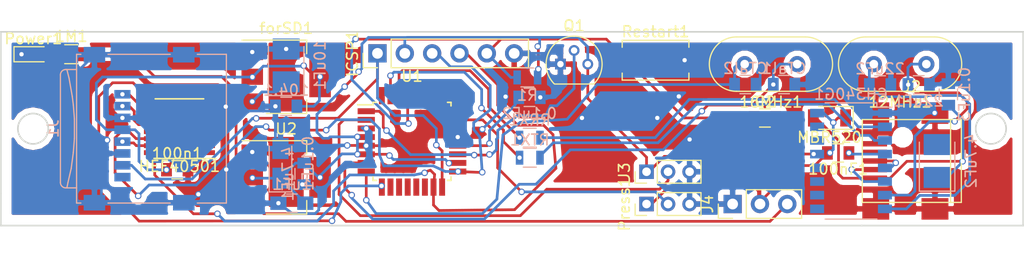
<source format=kicad_pcb>
(kicad_pcb (version 4) (host pcbnew 4.0.6)
  (layers (0 F.Cu signal) (31 B.Cu signal) (34 B.Paste user) (35 F.Paste user) (36 B.SilkS user) (37 F.SilkS user) (38 B.Mask user) (39 F.Mask user) (44 Edge.Cuts user))
  (net 0 "")
  (net 1 +5V)
  (net 2 GND)
  (net 3 "Net-(0.1uF2-Pad1)")
  (net 4 +5VD)
  (net 5 "Net-(12MHz1-Pad1)")
  (net 6 "Net-(12MHz1-Pad2)")
  (net 7 "Net-(16MHz1-Pad1)")
  (net 8 "Net-(16MHz1-Pad2)")
  (net 9 +3V3)
  (net 10 "Net-(100nF1-Pad1)")
  (net 11 "Net-(C2-Pad1)")
  (net 12 "Net-(C2-Pad2)")
  (net 13 "Net-(CH340G1-Pad2)")
  (net 14 "Net-(CH340G1-Pad3)")
  (net 15 "Net-(CH340G1-Pad5)")
  (net 16 "Net-(CH340G1-Pad6)")
  (net 17 "Net-(CH340G1-Pad9)")
  (net 18 "Net-(CH340G1-Pad10)")
  (net 19 "Net-(CH340G1-Pad11)")
  (net 20 "Net-(CH340G1-Pad12)")
  (net 21 "Net-(CH340G1-Pad14)")
  (net 22 "Net-(CH340G1-Pad15)")
  (net 23 "Net-(HEF40501-Pad2)")
  (net 24 "Net-(HEF40501-Pad3)")
  (net 25 "Net-(HEF40501-Pad4)")
  (net 26 "Net-(HEF40501-Pad5)")
  (net 27 "Net-(HEF40501-Pad6)")
  (net 28 "Net-(HEF40501-Pad7)")
  (net 29 "Net-(HEF40501-Pad9)")
  (net 30 "Net-(HEF40501-Pad10)")
  (net 31 "Net-(HEF40501-Pad11)")
  (net 32 "Net-(HEF40501-Pad12)")
  (net 33 "Net-(HEF40501-Pad13)")
  (net 34 "Net-(HEF40501-Pad14)")
  (net 35 "Net-(HEF40501-Pad15)")
  (net 36 "Net-(HEF40501-Pad16)")
  (net 37 "Net-(ICSP1-Pad1)")
  (net 38 "Net-(J1-Pad8)")
  (net 39 "Net-(J2-Pad4)")
  (net 40 "Net-(Press1-Pad2)")
  (net 41 "Net-(Q1-Pad2)")
  (net 42 "Net-(RRX1-Pad2)")
  (net 43 "Net-(RTX1-Pad2)")
  (net 44 "Net-(U1-Pad10)")
  (net 45 "Net-(U1-Pad11)")
  (net 46 "Net-(U1-Pad12)")
  (net 47 "Net-(U1-Pad13)")
  (net 48 "Net-(U1-Pad14)")
  (net 49 "Net-(U1-Pad19)")
  (net 50 "Net-(U1-Pad22)")
  (net 51 "Net-(U1-Pad24)")
  (net 52 "Net-(U1-Pad25)")
  (net 53 "Net-(U1-Pad26)")
  (net 54 "Net-(U1-Pad27)")
  (net 55 "Net-(U1-Pad28)")
  (net 56 "Net-(U1-Pad32)")
  (net 57 +12V)
  (net 58 "Net-(J3-Pad2)")
  (net 59 "Net-(1M1-Pad1)")
  (module Capacitors_Tantalum_SMD:CP_Tantalum_Case-A_EIA-3216-18_Reflow (layer B.Cu) (at 115.98656 52.2224 90)
    (fp_text reference 0.1uF1 (at 0 2.55 90) (layer B.SilkS) (effects (justify mirror)))
    (fp_text value CP1)
    (pad 1 smd rect (at -1.375 0 90) (size 1.95 1.5) (layers B.Cu B.Paste B.Mask) (net 1 +5V))
    (pad 2 smd rect (at 1.375 0 90) (size 1.95 1.5) (layers B.Cu B.Paste B.Mask) (net 2 GND))
  )
  (module Capacitors_SMD:C_0805 (layer B.Cu) (at 139.12596 46.08576)
    (fp_text reference 0.1uF2 (at 0 1.5) (layer B.SilkS) (effects (justify mirror)))
    (fp_text value C)
    (pad 1 smd rect (at -1 0) (size 1 1.25) (layers B.Cu B.Paste B.Mask) (net 3 "Net-(0.1uF2-Pad1)"))
    (pad 2 smd rect (at 1 0) (size 1 1.25) (layers B.Cu B.Paste B.Mask) (net 2 GND))
  )
  (module Capacitors_SMD:C_0805 (layer B.Cu) (at 178.04638 45.81144 90)
    (fp_text reference 0.1uF3 (at 0 1.5 90) (layer B.SilkS) (effects (justify mirror)))
    (fp_text value C)
    (pad 1 smd rect (at -1 0 90) (size 1 1.25) (layers B.Cu B.Paste B.Mask) (net 4 +5VD))
    (pad 2 smd rect (at 1 0 90) (size 1 1.25) (layers B.Cu B.Paste B.Mask) (net 2 GND))
  )
  (module Resistors_SMD:R_0805 (layer F.Cu) (at 96.53778 42.07764)
    (fp_text reference 1M1 (at 0 -1.65) (layer F.SilkS))
    (fp_text value R)
    (pad 1 smd rect (at -0.95 0) (size 0.7 1.3) (layers F.Cu F.Paste F.Mask) (net 59 "Net-(1M1-Pad1)"))
    (pad 2 smd rect (at 0.95 0) (size 0.7 1.3) (layers F.Cu F.Paste F.Mask) (net 1 +5V))
  )
  (module Capacitors_SMD:C_0805_HandSoldering (layer B.Cu) (at 117.0432 55.92064 180)
    (fp_text reference 1uF1 (at 0 1.75 180) (layer B.SilkS) (effects (justify mirror)))
    (fp_text value C)
    (pad 1 smd rect (at -1.25 0 180) (size 1.5 1.25) (layers B.Cu B.Paste B.Mask) (net 1 +5V))
    (pad 2 smd rect (at 1.25 0 180) (size 1.5 1.25) (layers B.Cu B.Paste B.Mask) (net 2 GND))
  )
  (module Capacitors_SMD:C_0805 (layer B.Cu) (at 118.18112 53.19776 270)
    (fp_text reference 4.7uF1 (at 0 1.5 270) (layer B.SilkS) (effects (justify mirror)))
    (fp_text value C)
    (pad 1 smd rect (at -1 0 270) (size 1 1.25) (layers B.Cu B.Paste B.Mask) (net 1 +5V))
    (pad 2 smd rect (at 1 0 270) (size 1 1.25) (layers B.Cu B.Paste B.Mask) (net 2 GND))
  )
  (module Capacitors_Tantalum_SMD:CP_Tantalum_Case-B_EIA-3528-21_Reflow (layer B.Cu) (at 177 52 90)
    (fp_text reference 4.7uF2 (at 0 3.15 90) (layer B.SilkS) (effects (justify mirror)))
    (fp_text value CP1)
    (pad 1 smd rect (at -1.525 0 90) (size 1.95 2.5) (layers B.Cu B.Paste B.Mask) (net 4 +5VD))
    (pad 2 smd rect (at 1.525 0 90) (size 1.95 2.5) (layers B.Cu B.Paste B.Mask) (net 2 GND))
  )
  (module Capacitors_Tantalum_SMD:CP_Tantalum_Case-B_EIA-3528-21_Reflow (layer B.Cu) (at 116.51488 43.11904 90)
    (fp_text reference 10uF1 (at 0 3.15 90) (layer B.SilkS) (effects (justify mirror)))
    (fp_text value CP1)
    (pad 1 smd rect (at -1.525 0 90) (size 1.95 2.5) (layers B.Cu B.Paste B.Mask) (net 1 +5V))
    (pad 2 smd rect (at 1.525 0 90) (size 1.95 2.5) (layers B.Cu B.Paste B.Mask) (net 2 GND))
  )
  (module Crystals:Crystal_HC49-4H_Vertical (layer F.Cu) (at 176 43 180)
    (fp_text reference 12MHz1 (at 2.44 -3.525 180) (layer F.SilkS))
    (fp_text value Crystal)
    (pad 1 thru_hole circle (at 0 0 180) (size 1.5 1.5) (drill 0.8) (layers *.Cu *.Mask) (net 5 "Net-(12MHz1-Pad1)"))
    (pad 2 thru_hole circle (at 4.88 0 180) (size 1.5 1.5) (drill 0.8) (layers *.Cu *.Mask) (net 6 "Net-(12MHz1-Pad2)"))
  )
  (module Crystals:Crystal_HC49-4H_Vertical (layer F.Cu) (at 164 43 180)
    (fp_text reference 16MHz1 (at 2.44 -3.525 180) (layer F.SilkS))
    (fp_text value Crystal)
    (pad 1 thru_hole circle (at 0 0 180) (size 1.5 1.5) (drill 0.8) (layers *.Cu *.Mask) (net 7 "Net-(16MHz1-Pad1)"))
    (pad 2 thru_hole circle (at 4.88 0 180) (size 1.5 1.5) (drill 0.8) (layers *.Cu *.Mask) (net 8 "Net-(16MHz1-Pad2)"))
  )
  (module Capacitors_SMD:C_0805 (layer B.Cu) (at 175.29048 44.92752)
    (fp_text reference 22uF1 (at 0 1.5) (layer B.SilkS) (effects (justify mirror)))
    (fp_text value C)
    (pad 1 smd rect (at -1 0) (size 1 1.25) (layers B.Cu B.Paste B.Mask) (net 5 "Net-(12MHz1-Pad1)"))
    (pad 2 smd rect (at 1 0) (size 1 1.25) (layers B.Cu B.Paste B.Mask) (net 2 GND))
  )
  (module Capacitors_SMD:C_0805 (layer B.Cu) (at 171.70146 44.9326 180)
    (fp_text reference 22uF2 (at 0 1.5 180) (layer B.SilkS) (effects (justify mirror)))
    (fp_text value C)
    (pad 1 smd rect (at -1 0 180) (size 1 1.25) (layers B.Cu B.Paste B.Mask) (net 2 GND))
    (pad 2 smd rect (at 1 0 180) (size 1 1.25) (layers B.Cu B.Paste B.Mask) (net 6 "Net-(12MHz1-Pad2)"))
  )
  (module Capacitors_SMD:C_0805 (layer F.Cu) (at 106.39552 52.81168)
    (fp_text reference 100n1 (at 0 -1.5) (layer F.SilkS))
    (fp_text value C)
    (pad 1 smd rect (at -1 0) (size 1 1.25) (layers F.Cu F.Paste F.Mask) (net 9 +3V3))
    (pad 2 smd rect (at 1 0) (size 1 1.25) (layers F.Cu F.Paste F.Mask) (net 2 GND))
  )
  (module Capacitors_SMD:C_0805 (layer F.Cu) (at 167.8051 51.25212 180)
    (fp_text reference 100nF1 (at 0 -1.5 180) (layer F.SilkS))
    (fp_text value C)
    (pad 1 smd rect (at -1 0 180) (size 1 1.25) (layers F.Cu F.Paste F.Mask) (net 10 "Net-(100nF1-Pad1)"))
    (pad 2 smd rect (at 1 0 180) (size 1 1.25) (layers F.Cu F.Paste F.Mask) (net 1 +5V))
  )
  (module Capacitors_SMD:C_0805 (layer B.Cu) (at 116.51488 46.91888 180)
    (fp_text reference 104.1 (at 0 1.5 180) (layer B.SilkS) (effects (justify mirror)))
    (fp_text value C)
    (pad 1 smd rect (at -1 0 180) (size 1 1.25) (layers B.Cu B.Paste B.Mask) (net 9 +3V3))
    (pad 2 smd rect (at 1 0 180) (size 1 1.25) (layers B.Cu B.Paste B.Mask) (net 2 GND))
  )
  (module Capacitors_SMD:C_0805 (layer F.Cu) (at 161 48)
    (fp_text reference C2 (at 0 -1.5) (layer F.SilkS))
    (fp_text value C)
    (pad 1 smd rect (at -1 0) (size 1 1.25) (layers F.Cu F.Paste F.Mask) (net 11 "Net-(C2-Pad1)"))
    (pad 2 smd rect (at 1 0) (size 1 1.25) (layers F.Cu F.Paste F.Mask) (net 12 "Net-(C2-Pad2)"))
  )
  (module Housings_SSOP:SOP-16_4.4x10.4mm_Pitch1.27mm (layer B.Cu) (at 169 52 180)
    (fp_text reference CH340G1 (at 0 6.2 180) (layer B.SilkS) (effects (justify mirror)))
    (fp_text value CH340G)
    (pad 1 smd rect (at -3.15 4.45 180) (size 1.3 0.8) (layers B.Cu B.Paste B.Mask) (net 2 GND))
    (pad 2 smd rect (at -3.15 3.17 180) (size 1.3 0.8) (layers B.Cu B.Paste B.Mask) (net 13 "Net-(CH340G1-Pad2)"))
    (pad 3 smd rect (at -3.15 1.91 180) (size 1.3 0.8) (layers B.Cu B.Paste B.Mask) (net 14 "Net-(CH340G1-Pad3)"))
    (pad 4 smd rect (at -3.15 0.64 180) (size 1.3 0.8) (layers B.Cu B.Paste B.Mask) (net 10 "Net-(100nF1-Pad1)"))
    (pad 5 smd rect (at -3.15 -0.64 180) (size 1.3 0.8) (layers B.Cu B.Paste B.Mask) (net 15 "Net-(CH340G1-Pad5)"))
    (pad 6 smd rect (at -3.15 -1.91 180) (size 1.3 0.8) (layers B.Cu B.Paste B.Mask) (net 16 "Net-(CH340G1-Pad6)"))
    (pad 7 smd rect (at -3.15 -3.17 180) (size 1.3 0.8) (layers B.Cu B.Paste B.Mask) (net 5 "Net-(12MHz1-Pad1)"))
    (pad 8 smd rect (at -3.15 -4.45 180) (size 1.3 0.8) (layers B.Cu B.Paste B.Mask) (net 6 "Net-(12MHz1-Pad2)"))
    (pad 9 smd rect (at 3.15 -4.45 180) (size 1.3 0.8) (layers B.Cu B.Paste B.Mask) (net 17 "Net-(CH340G1-Pad9)"))
    (pad 10 smd rect (at 3.15 -3.17 180) (size 1.3 0.8) (layers B.Cu B.Paste B.Mask) (net 18 "Net-(CH340G1-Pad10)"))
    (pad 11 smd rect (at 3.15 -1.91 180) (size 1.3 0.8) (layers B.Cu B.Paste B.Mask) (net 19 "Net-(CH340G1-Pad11)"))
    (pad 12 smd rect (at 3.15 -0.64 180) (size 1.3 0.8) (layers B.Cu B.Paste B.Mask) (net 20 "Net-(CH340G1-Pad12)"))
    (pad 13 smd rect (at 3.15 0.64 180) (size 1.3 0.8) (layers B.Cu B.Paste B.Mask) (net 12 "Net-(C2-Pad2)"))
    (pad 14 smd rect (at 3.15 1.91 180) (size 1.3 0.8) (layers B.Cu B.Paste B.Mask) (net 21 "Net-(CH340G1-Pad14)"))
    (pad 15 smd rect (at 3.15 3.17 180) (size 1.3 0.8) (layers B.Cu B.Paste B.Mask) (net 22 "Net-(CH340G1-Pad15)"))
    (pad 16 smd rect (at 3.15 4.45 180) (size 1.3 0.8) (layers B.Cu B.Paste B.Mask) (net 1 +5V))
  )
  (module Capacitors_SMD:C_0805 (layer B.Cu) (at 162.77844 44.89704 180)
    (fp_text reference CTal1 (at 0 1.5 180) (layer B.SilkS) (effects (justify mirror)))
    (fp_text value C)
    (pad 1 smd rect (at -1 0 180) (size 1 1.25) (layers B.Cu B.Paste B.Mask) (net 2 GND))
    (pad 2 smd rect (at 1 0 180) (size 1 1.25) (layers B.Cu B.Paste B.Mask) (net 7 "Net-(16MHz1-Pad1)"))
  )
  (module Capacitors_SMD:C_0805 (layer B.Cu) (at 159.1818 44.89704 180)
    (fp_text reference CTal2 (at 0 1.5 180) (layer B.SilkS) (effects (justify mirror)))
    (fp_text value C)
    (pad 1 smd rect (at -1 0 180) (size 1 1.25) (layers B.Cu B.Paste B.Mask) (net 2 GND))
    (pad 2 smd rect (at 1 0 180) (size 1 1.25) (layers B.Cu B.Paste B.Mask) (net 8 "Net-(16MHz1-Pad2)"))
  )
  (module TO_SOT_Packages_SMD:SOT-223-3_TabPin2 (layer F.Cu) (at 116.51488 44.17568)
    (fp_text reference forSD1 (at 0 -4.5) (layer F.SilkS))
    (fp_text value LM1117-3.3)
    (pad 2 smd rect (at 3.15 0) (size 2 3.8) (layers F.Cu F.Paste F.Mask) (net 9 +3V3))
    (pad 2 smd rect (at -3.15 0) (size 2 1.5) (layers F.Cu F.Paste F.Mask) (net 9 +3V3))
    (pad 3 smd rect (at -3.15 2.3) (size 2 1.5) (layers F.Cu F.Paste F.Mask) (net 1 +5V))
    (pad 1 smd rect (at -3.15 -2.3) (size 2 1.5) (layers F.Cu F.Paste F.Mask) (net 2 GND))
  )
  (module Housings_SSOP:TSSOP-16-1EP_4.4x5mm_Pitch0.65mm (layer F.Cu) (at 106.59872 48.95088 180)
    (fp_text reference HEF40501 (at 0 -3.55 180) (layer F.SilkS))
    (fp_text value HEF4050)
    (pad 1 smd rect (at -2.775 -2.275 180) (size 1.05 0.45) (layers F.Cu F.Paste F.Mask) (net 9 +3V3))
    (pad 2 smd rect (at -2.775 -1.625 180) (size 1.05 0.45) (layers F.Cu F.Paste F.Mask) (net 23 "Net-(HEF40501-Pad2)"))
    (pad 3 smd rect (at -2.775 -0.975 180) (size 1.05 0.45) (layers F.Cu F.Paste F.Mask) (net 24 "Net-(HEF40501-Pad3)"))
    (pad 4 smd rect (at -2.775 -0.325 180) (size 1.05 0.45) (layers F.Cu F.Paste F.Mask) (net 25 "Net-(HEF40501-Pad4)"))
    (pad 5 smd rect (at -2.775 0.325 180) (size 1.05 0.45) (layers F.Cu F.Paste F.Mask) (net 26 "Net-(HEF40501-Pad5)"))
    (pad 6 smd rect (at -2.775 0.975 180) (size 1.05 0.45) (layers F.Cu F.Paste F.Mask) (net 27 "Net-(HEF40501-Pad6)"))
    (pad 7 smd rect (at -2.775 1.625 180) (size 1.05 0.45) (layers F.Cu F.Paste F.Mask) (net 28 "Net-(HEF40501-Pad7)"))
    (pad 8 smd rect (at -2.775 2.275 180) (size 1.05 0.45) (layers F.Cu F.Paste F.Mask) (net 2 GND))
    (pad 9 smd rect (at 2.775 2.275 180) (size 1.05 0.45) (layers F.Cu F.Paste F.Mask) (net 29 "Net-(HEF40501-Pad9)"))
    (pad 10 smd rect (at 2.775 1.625 180) (size 1.05 0.45) (layers F.Cu F.Paste F.Mask) (net 30 "Net-(HEF40501-Pad10)"))
    (pad 11 smd rect (at 2.775 0.975 180) (size 1.05 0.45) (layers F.Cu F.Paste F.Mask) (net 31 "Net-(HEF40501-Pad11)"))
    (pad 12 smd rect (at 2.775 0.325 180) (size 1.05 0.45) (layers F.Cu F.Paste F.Mask) (net 32 "Net-(HEF40501-Pad12)"))
    (pad 13 smd rect (at 2.775 -0.325 180) (size 1.05 0.45) (layers F.Cu F.Paste F.Mask) (net 33 "Net-(HEF40501-Pad13)"))
    (pad 14 smd rect (at 2.775 -0.975 180) (size 1.05 0.45) (layers F.Cu F.Paste F.Mask) (net 34 "Net-(HEF40501-Pad14)"))
    (pad 15 smd rect (at 2.775 -1.625 180) (size 1.05 0.45) (layers F.Cu F.Paste F.Mask) (net 35 "Net-(HEF40501-Pad15)"))
    (pad 16 smd rect (at 2.775 -2.275 180) (size 1.05 0.45) (layers F.Cu F.Paste F.Mask) (net 36 "Net-(HEF40501-Pad16)"))
    (pad 17 smd rect (at 0.735 1.3425 180) (size 1.47 0.895) (layers F.Cu F.Paste F.Mask))
    (pad 17 smd rect (at 0.735 0.4475 180) (size 1.47 0.895) (layers F.Cu F.Paste F.Mask))
    (pad 17 smd rect (at 0.735 -0.4475 180) (size 1.47 0.895) (layers F.Cu F.Paste F.Mask))
    (pad 17 smd rect (at 0.735 -1.3425 180) (size 1.47 0.895) (layers F.Cu F.Paste F.Mask))
    (pad 17 smd rect (at -0.735 1.3425 180) (size 1.47 0.895) (layers F.Cu F.Paste F.Mask))
    (pad 17 smd rect (at -0.735 0.4475 180) (size 1.47 0.895) (layers F.Cu F.Paste F.Mask))
    (pad 17 smd rect (at -0.735 -0.4475 180) (size 1.47 0.895) (layers F.Cu F.Paste F.Mask))
    (pad 17 smd rect (at -0.735 -1.3425 180) (size 1.47 0.895) (layers F.Cu F.Paste F.Mask))
  )
  (module Pin_Headers:Pin_Header_Straight_1x06_Pitch2.54mm (layer F.Cu) (at 125 42 90)
    (fp_text reference ICSP1 (at 0 -2.33 90) (layer F.SilkS))
    (fp_text value CONN_01X06)
    (pad 1 thru_hole rect (at 0 0 90) (size 1.7 1.7) (drill 1) (layers *.Cu *.Mask) (net 37 "Net-(ICSP1-Pad1)"))
    (pad 2 thru_hole oval (at 0 2.54 90) (size 1.7 1.7) (drill 1) (layers *.Cu *.Mask) (net 1 +5V))
    (pad 3 thru_hole oval (at 0 5.08 90) (size 1.7 1.7) (drill 1) (layers *.Cu *.Mask) (net 34 "Net-(HEF40501-Pad14)"))
    (pad 4 thru_hole oval (at 0 7.62 90) (size 1.7 1.7) (drill 1) (layers *.Cu *.Mask) (net 31 "Net-(HEF40501-Pad11)"))
    (pad 5 thru_hole oval (at 0 10.16 90) (size 1.7 1.7) (drill 1) (layers *.Cu *.Mask) (net 11 "Net-(C2-Pad1)"))
    (pad 6 thru_hole oval (at 0 12.7 90) (size 1.7 1.7) (drill 1) (layers *.Cu *.Mask) (net 2 GND))
  )
  (module Connectors:microSD_Card_Receptacle_Wuerth_693072010801 (layer B.Cu) (at 104 49 270)
    (fp_text reference J1 (at 0 9.14 270) (layer B.SilkS) (effects (justify mirror)))
    (fp_text value Micro_SD_Card)
    (pad 9 smd rect (at 6.875 5.3 270) (size 1.45 2) (layers B.Cu B.Paste B.Mask) (net 2 GND))
    (pad 9 smd rect (at -6.875 5.3 270) (size 1.45 2) (layers B.Cu B.Paste B.Mask) (net 2 GND))
    (pad 9 smd rect (at -6.875 -3 270) (size 1.45 2) (layers B.Cu B.Paste B.Mask) (net 2 GND))
    (pad 9 smd rect (at 6.875 -3 270) (size 1.45 2) (layers B.Cu B.Paste B.Mask) (net 2 GND))
    (pad 8 smd rect (at 4.5 2.7 270) (size 0.8 1.5) (layers B.Cu B.Paste B.Mask) (net 38 "Net-(J1-Pad8)"))
    (pad 7 smd rect (at 3.4 2.7 270) (size 0.8 1.5) (layers B.Cu B.Paste B.Mask) (net 37 "Net-(ICSP1-Pad1)"))
    (pad 6 smd rect (at 2.3 2.7 270) (size 0.8 1.5) (layers B.Cu B.Paste B.Mask) (net 2 GND))
    (pad 5 smd rect (at 1.2 2.7 270) (size 0.8 1.5) (layers B.Cu B.Paste B.Mask) (net 35 "Net-(HEF40501-Pad15)"))
    (pad 4 smd rect (at 0.1 2.7 270) (size 0.8 1.5) (layers B.Cu B.Paste B.Mask) (net 9 +3V3))
    (pad 3 smd rect (at -1 2.7 270) (size 0.8 1.5) (layers B.Cu B.Paste B.Mask) (net 2 GND))
    (pad 2 smd rect (at -2.1 2.7 270) (size 0.8 1.5) (layers B.Cu B.Paste B.Mask) (net 32 "Net-(HEF40501-Pad12)"))
    (pad 1 smd rect (at -3.2 2.7 270) (size 0.8 1.5) (layers B.Cu B.Paste B.Mask) (net 30 "Net-(HEF40501-Pad10)"))
  )
  (module Connectors:USB_Mini-B (layer F.Cu) (at 174 52 180)
    (fp_text reference J2 (at -0.65 6.9 180) (layer F.SilkS))
    (fp_text value USB_OTG)
    (pad 1 smd rect (at 2.8 -1.6 180) (size 2.3 0.5) (layers F.Cu F.Paste F.Mask) (net 4 +5VD))
    (pad 2 smd rect (at 2.8 -0.8 180) (size 2.3 0.5) (layers F.Cu F.Paste F.Mask) (net 16 "Net-(CH340G1-Pad6)"))
    (pad 3 smd rect (at 2.8 0 180) (size 2.3 0.5) (layers F.Cu F.Paste F.Mask) (net 15 "Net-(CH340G1-Pad5)"))
    (pad 4 smd rect (at 2.8 0.8 180) (size 2.3 0.5) (layers F.Cu F.Paste F.Mask) (net 39 "Net-(J2-Pad4)"))
    (pad 5 smd rect (at 2.8 1.6 180) (size 2.3 0.5) (layers F.Cu F.Paste F.Mask) (net 2 GND))
    (pad 6 smd rect (at 2.7 -4.45 180) (size 2.5 2) (layers F.Cu F.Paste F.Mask) (net 2 GND))
    (pad 6 smd rect (at -2.8 -4.45 180) (size 2.5 2) (layers F.Cu F.Paste F.Mask) (net 2 GND))
    (pad 6 smd rect (at 2.7 4.45 180) (size 2.5 2) (layers F.Cu F.Paste F.Mask) (net 2 GND))
    (pad 6 smd rect (at -2.8 4.45 180) (size 2.5 2) (layers F.Cu F.Paste F.Mask) (net 2 GND))
    (pad "" np_thru_hole circle (at 0.2 -2.2 180) (size 0.9 0.9) (drill 0.9) (layers *.Cu *.Mask))
    (pad "" np_thru_hole circle (at 0.2 2.2 180) (size 0.9 0.9) (drill 0.9) (layers *.Cu *.Mask))
  )
  (module Pin_Headers:Pin_Header_Straight_1x03_Pitch2.00mm (layer F.Cu) (at 150 53 90)
    (fp_text reference J3 (at 0 -2.06 90) (layer F.SilkS))
    (fp_text value CONN_01X03)
    (pad 1 thru_hole rect (at 0 0 90) (size 1.35 1.35) (drill 0.8) (layers *.Cu *.Mask) (net 1 +5V))
    (pad 2 thru_hole oval (at 0 2 90) (size 1.35 1.35) (drill 0.8) (layers *.Cu *.Mask) (net 58 "Net-(J3-Pad2)"))
    (pad 3 thru_hole oval (at 0 4 90) (size 1.35 1.35) (drill 0.8) (layers *.Cu *.Mask) (net 2 GND))
  )
  (module Diodes_SMD:D_1206 (layer F.Cu) (at 167 48 180)
    (fp_text reference MBR520 (at 0 -1.8 180) (layer F.SilkS))
    (fp_text value D_Schottky_ALT)
    (pad 1 smd rect (at -1.5 0 180) (size 1 1.6) (layers F.Cu F.Paste F.Mask) (net 1 +5V))
    (pad 2 smd rect (at 1.5 0 180) (size 1 1.6) (layers F.Cu F.Paste F.Mask) (net 4 +5VD))
  )
  (module LEDs:LED_0805 (layer F.Cu) (at 93.02496 42.08272)
    (fp_text reference Power1 (at 0 -1.45) (layer F.SilkS))
    (fp_text value LED)
    (pad 2 smd rect (at 1.1 0 180) (size 1.2 1.2) (layers F.Cu F.Paste F.Mask) (net 59 "Net-(1M1-Pad1)"))
    (pad 1 smd rect (at -1.1 0 180) (size 1.2 1.2) (layers F.Cu F.Paste F.Mask) (net 2 GND))
  )
  (module Pin_Headers:Pin_Header_Straight_1x03_Pitch2.00mm (layer F.Cu) (at 150 56 90)
    (fp_text reference Press1 (at 0 -2.06 90) (layer F.SilkS))
    (fp_text value CONN_01X03)
    (pad 1 thru_hole rect (at 0 0 90) (size 1.35 1.35) (drill 0.8) (layers *.Cu *.Mask) (net 1 +5V))
    (pad 2 thru_hole oval (at 0 2 90) (size 1.35 1.35) (drill 0.8) (layers *.Cu *.Mask) (net 40 "Net-(Press1-Pad2)"))
    (pad 3 thru_hole oval (at 0 4 90) (size 1.35 1.35) (drill 0.8) (layers *.Cu *.Mask) (net 2 GND))
  )
  (module TO_SOT_Packages_THT:TO-92_Molded_Narrow (layer F.Cu) (at 142 43)
    (fp_text reference Q1 (at 1.27 -3.56) (layer F.SilkS))
    (fp_text value 2N3904)
    (pad 2 thru_hole circle (at 1.27 -1.27 90) (size 1 1) (drill 0.6) (layers *.Cu *.Mask) (net 41 "Net-(Q1-Pad2)"))
    (pad 3 thru_hole circle (at 2.54 0 90) (size 1 1) (drill 0.6) (layers *.Cu *.Mask) (net 1 +5V))
    (pad 1 thru_hole rect (at 0 0 90) (size 1 1) (drill 0.6) (layers *.Cu *.Mask) (net 2 GND))
  )
  (module Resistors_SMD:R_0805 (layer B.Cu) (at 138.92784 44.23664)
    (fp_text reference R1 (at 0 1.65) (layer B.SilkS) (effects (justify mirror)))
    (fp_text value R)
    (pad 1 smd rect (at -0.95 0) (size 0.7 1.3) (layers B.Cu B.Paste B.Mask) (net 11 "Net-(C2-Pad1)"))
    (pad 2 smd rect (at 0.95 0) (size 0.7 1.3) (layers B.Cu B.Paste B.Mask) (net 1 +5V))
  )
  (module Buttons_Switches_SMD:SW_SPST_EVQPE1 (layer F.Cu) (at 150.8379 42.6339)
    (fp_text reference Restart1 (at 0 -2.65) (layer F.SilkS))
    (fp_text value SW_Push)
    (pad 2 smd rect (at 2.7 0) (size 2 1.6) (layers F.Cu F.Paste F.Mask) (net 2 GND))
    (pad 1 smd rect (at -2.7 0) (size 2 1.6) (layers F.Cu F.Paste F.Mask) (net 11 "Net-(C2-Pad1)"))
  )
  (module Resistors_SMD:R_0805 (layer B.Cu) (at 139.14882 49.8348 180)
    (fp_text reference RRX1 (at 0 1.65 180) (layer B.SilkS) (effects (justify mirror)))
    (fp_text value R)
    (pad 1 smd rect (at -0.95 0 180) (size 0.7 1.3) (layers B.Cu B.Paste B.Mask) (net 13 "Net-(CH340G1-Pad2)"))
    (pad 2 smd rect (at 0.95 0 180) (size 0.7 1.3) (layers B.Cu B.Paste B.Mask) (net 42 "Net-(RRX1-Pad2)"))
  )
  (module Resistors_SMD:R_0805 (layer B.Cu) (at 139.15136 51.69408 180)
    (fp_text reference RTX1 (at 0 1.65 180) (layer B.SilkS) (effects (justify mirror)))
    (fp_text value R)
    (pad 1 smd rect (at -0.95 0 180) (size 0.7 1.3) (layers B.Cu B.Paste B.Mask) (net 14 "Net-(CH340G1-Pad3)"))
    (pad 2 smd rect (at 0.95 0 180) (size 0.7 1.3) (layers B.Cu B.Paste B.Mask) (net 43 "Net-(RTX1-Pad2)"))
  )
  (module Housings_QFP:TQFP-32_7x7mm_Pitch0.8mm (layer F.Cu) (at 128.2065 50.1777)
    (fp_text reference U1 (at 0 -6.05) (layer F.SilkS))
    (fp_text value ATMEGA328P-AU)
    (pad 1 smd rect (at -4.25 -2.8) (size 1.6 0.55) (layers F.Cu F.Paste F.Mask) (net 41 "Net-(Q1-Pad2)"))
    (pad 2 smd rect (at -4.25 -2) (size 1.6 0.55) (layers F.Cu F.Paste F.Mask) (net 58 "Net-(J3-Pad2)"))
    (pad 3 smd rect (at -4.25 -1.2) (size 1.6 0.55) (layers F.Cu F.Paste F.Mask) (net 2 GND))
    (pad 4 smd rect (at -4.25 -0.4) (size 1.6 0.55) (layers F.Cu F.Paste F.Mask) (net 1 +5V))
    (pad 5 smd rect (at -4.25 0.4) (size 1.6 0.55) (layers F.Cu F.Paste F.Mask) (net 2 GND))
    (pad 6 smd rect (at -4.25 1.2) (size 1.6 0.55) (layers F.Cu F.Paste F.Mask) (net 1 +5V))
    (pad 7 smd rect (at -4.25 2) (size 1.6 0.55) (layers F.Cu F.Paste F.Mask) (net 7 "Net-(16MHz1-Pad1)"))
    (pad 8 smd rect (at -4.25 2.8) (size 1.6 0.55) (layers F.Cu F.Paste F.Mask) (net 8 "Net-(16MHz1-Pad2)"))
    (pad 9 smd rect (at -2.8 4.25 90) (size 1.6 0.55) (layers F.Cu F.Paste F.Mask) (net 29 "Net-(HEF40501-Pad9)"))
    (pad 10 smd rect (at -2 4.25 90) (size 1.6 0.55) (layers F.Cu F.Paste F.Mask) (net 44 "Net-(U1-Pad10)"))
    (pad 11 smd rect (at -1.2 4.25 90) (size 1.6 0.55) (layers F.Cu F.Paste F.Mask) (net 45 "Net-(U1-Pad11)"))
    (pad 12 smd rect (at -0.4 4.25 90) (size 1.6 0.55) (layers F.Cu F.Paste F.Mask) (net 46 "Net-(U1-Pad12)"))
    (pad 13 smd rect (at 0.4 4.25 90) (size 1.6 0.55) (layers F.Cu F.Paste F.Mask) (net 47 "Net-(U1-Pad13)"))
    (pad 14 smd rect (at 1.2 4.25 90) (size 1.6 0.55) (layers F.Cu F.Paste F.Mask) (net 48 "Net-(U1-Pad14)"))
    (pad 15 smd rect (at 2 4.25 90) (size 1.6 0.55) (layers F.Cu F.Paste F.Mask) (net 31 "Net-(HEF40501-Pad11)"))
    (pad 16 smd rect (at 2.8 4.25 90) (size 1.6 0.55) (layers F.Cu F.Paste F.Mask) (net 37 "Net-(ICSP1-Pad1)"))
    (pad 17 smd rect (at 4.25 2.8) (size 1.6 0.55) (layers F.Cu F.Paste F.Mask) (net 34 "Net-(HEF40501-Pad14)"))
    (pad 18 smd rect (at 4.25 2) (size 1.6 0.55) (layers F.Cu F.Paste F.Mask) (net 1 +5V))
    (pad 19 smd rect (at 4.25 1.2) (size 1.6 0.55) (layers F.Cu F.Paste F.Mask) (net 49 "Net-(U1-Pad19)"))
    (pad 20 smd rect (at 4.25 0.4) (size 1.6 0.55) (layers F.Cu F.Paste F.Mask) (net 3 "Net-(0.1uF2-Pad1)"))
    (pad 21 smd rect (at 4.25 -0.4) (size 1.6 0.55) (layers F.Cu F.Paste F.Mask) (net 2 GND))
    (pad 22 smd rect (at 4.25 -1.2) (size 1.6 0.55) (layers F.Cu F.Paste F.Mask) (net 50 "Net-(U1-Pad22)"))
    (pad 23 smd rect (at 4.25 -2) (size 1.6 0.55) (layers F.Cu F.Paste F.Mask) (net 40 "Net-(Press1-Pad2)"))
    (pad 24 smd rect (at 4.25 -2.8) (size 1.6 0.55) (layers F.Cu F.Paste F.Mask) (net 51 "Net-(U1-Pad24)"))
    (pad 25 smd rect (at 2.8 -4.25 90) (size 1.6 0.55) (layers F.Cu F.Paste F.Mask) (net 52 "Net-(U1-Pad25)"))
    (pad 26 smd rect (at 2 -4.25 90) (size 1.6 0.55) (layers F.Cu F.Paste F.Mask) (net 53 "Net-(U1-Pad26)"))
    (pad 27 smd rect (at 1.2 -4.25 90) (size 1.6 0.55) (layers F.Cu F.Paste F.Mask) (net 54 "Net-(U1-Pad27)"))
    (pad 28 smd rect (at 0.4 -4.25 90) (size 1.6 0.55) (layers F.Cu F.Paste F.Mask) (net 55 "Net-(U1-Pad28)"))
    (pad 29 smd rect (at -0.4 -4.25 90) (size 1.6 0.55) (layers F.Cu F.Paste F.Mask) (net 11 "Net-(C2-Pad1)"))
    (pad 30 smd rect (at -1.2 -4.25 90) (size 1.6 0.55) (layers F.Cu F.Paste F.Mask) (net 42 "Net-(RRX1-Pad2)"))
    (pad 31 smd rect (at -2 -4.25 90) (size 1.6 0.55) (layers F.Cu F.Paste F.Mask) (net 43 "Net-(RTX1-Pad2)"))
    (pad 32 smd rect (at -2.8 -4.25 90) (size 1.6 0.55) (layers F.Cu F.Paste F.Mask) (net 56 "Net-(U1-Pad32)"))
  )
  (module TO_SOT_Packages_SMD:SOT-223-3_TabPin2 (layer F.Cu) (at 116.51488 53.52288)
    (fp_text reference U2 (at 0 -4.5) (layer F.SilkS))
    (fp_text value LM1117-5.0)
    (pad 2 smd rect (at 3.15 0) (size 2 3.8) (layers F.Cu F.Paste F.Mask) (net 1 +5V))
    (pad 2 smd rect (at -3.15 0) (size 2 1.5) (layers F.Cu F.Paste F.Mask) (net 1 +5V))
    (pad 3 smd rect (at -3.15 2.3) (size 2 1.5) (layers F.Cu F.Paste F.Mask) (net 57 +12V))
    (pad 1 smd rect (at -3.15 -2.3) (size 2 1.5) (layers F.Cu F.Paste F.Mask) (net 2 GND))
  )
  (module Pin_Headers:Pin_Header_Straight_1x03_Pitch2.54mm (layer F.Cu) (at 158 56 90)
    (fp_text reference J4 (at 0 -2.33 90) (layer F.SilkS))
    (fp_text value CONN_01X03)
    (pad 1 thru_hole rect (at 0 0 90) (size 1.7 1.7) (drill 1) (layers *.Cu *.Mask) (net 2 GND))
    (pad 2 thru_hole oval (at 0 2.54 90) (size 1.7 1.7) (drill 1) (layers *.Cu *.Mask) (net 1 +5V))
    (pad 3 thru_hole oval (at 0 5.08 90) (size 1.7 1.7) (drill 1) (layers *.Cu *.Mask) (net 57 +12V))
  )
  (gr_circle (center 93 49) (end 92 48) (layer Edge.Cuts) (width 0.15))
  (gr_circle (center 182 49) (end 183 48) (layer Edge.Cuts) (width 0.15))
  (gr_line (start 185 40) (end 90 40) (angle 90) (layer Edge.Cuts) (width 0.15))
  (gr_line (start 185 58) (end 185 40) (angle 90) (layer Edge.Cuts) (width 0.15))
  (gr_line (start 170 58) (end 185 58) (angle 90) (layer Edge.Cuts) (width 0.15))
  (gr_line (start 90 58) (end 170 58) (angle 90) (layer Edge.Cuts) (width 0.15))
  (gr_line (start 90 55) (end 90 58) (angle 90) (layer Edge.Cuts) (width 0.15))
  (gr_line (start 90 40) (end 90 55) (angle 90) (layer Edge.Cuts) (width 0.15))
  (segment (start 140.06576 40.513) (end 140.06576 41.18102) (width 0.25) (layer B.Cu) (net 1))
  (segment (start 139.87784 43.54318) (end 139.87784 44.23664) (width 0.25) (layer B.Cu) (net 1))
  (segment (start 139.94892 43.4721) (end 139.87784 43.54318) (width 0.25) (layer B.Cu) (net 1))
  (via (at 139.94892 43.4721) (size 0.6) (drill 0.4) (layers F.Cu B.Cu) (net 1))
  (segment (start 139.94892 41.40962) (end 139.94892 43.4721) (width 0.25) (layer F.Cu) (net 1))
  (segment (start 139.89304 41.35374) (end 139.94892 41.40962) (width 0.25) (layer F.Cu) (net 1))
  (via (at 139.89304 41.35374) (size 0.6) (drill 0.4) (layers F.Cu B.Cu) (net 1))
  (segment (start 140.06576 41.18102) (end 139.89304 41.35374) (width 0.25) (layer B.Cu) (net 1))
  (segment (start 132.4565 52.1777) (end 131.6675 52.1777) (width 0.25) (layer F.Cu) (net 1))
  (segment (start 131.6675 52.1777) (end 131.64312 52.20208) (width 0.25) (layer F.Cu) (net 1))
  (via (at 131.64312 52.20208) (size 0.6) (drill 0.4) (layers F.Cu B.Cu) (net 1))
  (segment (start 131.64312 52.20208) (end 131.300642 51.859602) (width 0.25) (layer B.Cu) (net 1))
  (segment (start 131.300642 51.859602) (end 126.474642 51.859602) (width 0.25) (layer B.Cu) (net 1))
  (segment (start 126.474642 51.859602) (end 126.111 51.49596) (width 0.25) (layer B.Cu) (net 1))
  (via (at 126.111 51.49596) (size 0.6) (drill 0.4) (layers F.Cu B.Cu) (net 1))
  (segment (start 126.111 51.49596) (end 125.99274 51.3777) (width 0.25) (layer F.Cu) (net 1))
  (segment (start 125.99274 51.3777) (end 123.9565 51.3777) (width 0.25) (layer F.Cu) (net 1))
  (segment (start 123.12904 49.7586) (end 120.59412 49.7586) (width 0.25) (layer B.Cu) (net 1))
  (segment (start 127.9398 40.52316) (end 127.9398 40.513) (width 0.25) (layer B.Cu) (net 1))
  (segment (start 124.16028 40.52316) (end 127.9398 40.52316) (width 0.25) (layer B.Cu) (net 1))
  (segment (start 123.55068 41.13276) (end 124.16028 40.52316) (width 0.25) (layer B.Cu) (net 1))
  (segment (start 123.55068 43.40352) (end 123.55068 41.13276) (width 0.25) (layer B.Cu) (net 1))
  (segment (start 123.24588 43.70832) (end 123.55068 43.40352) (width 0.25) (layer B.Cu) (net 1))
  (via (at 123.24588 43.70832) (size 0.6) (drill 0.4) (layers F.Cu B.Cu) (net 1))
  (segment (start 123.24588 43.79976) (end 123.24588 43.70832) (width 0.25) (layer F.Cu) (net 1))
  (segment (start 121.95048 45.09516) (end 123.24588 43.79976) (width 0.25) (layer F.Cu) (net 1))
  (via (at 121.95048 45.09516) (size 0.6) (drill 0.4) (layers F.Cu B.Cu) (net 1))
  (segment (start 119.37492 47.67072) (end 121.95048 45.09516) (width 0.25) (layer B.Cu) (net 1))
  (segment (start 119.37492 49.33188) (end 119.37492 47.67072) (width 0.25) (layer B.Cu) (net 1))
  (segment (start 119.93626 49.89322) (end 119.37492 49.33188) (width 0.25) (layer B.Cu) (net 1))
  (segment (start 120.4595 49.89322) (end 119.93626 49.89322) (width 0.25) (layer B.Cu) (net 1))
  (segment (start 120.59412 49.7586) (end 120.4595 49.89322) (width 0.25) (layer B.Cu) (net 1))
  (segment (start 119.66488 53.52288) (end 119.66488 53.37008) (width 0.25) (layer B.Cu) (net 1))
  (segment (start 119.5578 53.4158) (end 119.66488 53.52288) (width 0.25) (layer B.Cu) (net 1))
  (segment (start 119.5578 53.4158) (end 119.39916 53.4158) (width 0.25) (layer B.Cu) (net 1))
  (segment (start 118.18112 52.19776) (end 119.39916 53.4158) (width 0.25) (layer B.Cu) (net 1))
  (via (at 119.66488 53.52288) (size 0.6) (drill 0.4) (layers F.Cu B.Cu) (net 1))
  (segment (start 123.10872 51.34356) (end 123.1392 51.37404) (width 0.25) (layer B.Cu) (net 1))
  (segment (start 121.6914 51.34356) (end 123.10872 51.34356) (width 0.25) (layer B.Cu) (net 1))
  (segment (start 119.66488 53.37008) (end 121.6914 51.34356) (width 0.25) (layer B.Cu) (net 1))
  (segment (start 150 53) (end 150 51.6512) (width 0.25) (layer F.Cu) (net 1))
  (segment (start 144.54 46.1912) (end 144.54 43) (width 0.25) (layer F.Cu) (net 1))
  (segment (start 150 51.6512) (end 144.54 46.1912) (width 0.25) (layer F.Cu) (net 1))
  (segment (start 160.40608 54.80304) (end 160.40608 55.86608) (width 0.25) (layer F.Cu) (net 1))
  (segment (start 160.40608 55.86608) (end 160.54 56) (width 0.25) (layer F.Cu) (net 1))
  (segment (start 150 56) (end 150.470378 56) (width 0.25) (layer F.Cu) (net 1))
  (segment (start 150.470378 56) (end 152.012778 54.4576) (width 0.25) (layer F.Cu) (net 1))
  (segment (start 152.012778 54.4576) (end 160.06064 54.4576) (width 0.25) (layer F.Cu) (net 1))
  (segment (start 160.06064 54.4576) (end 160.40608 54.80304) (width 0.25) (layer F.Cu) (net 1))
  (segment (start 160.40608 54.80304) (end 160.40608 54.88432) (width 0.25) (layer F.Cu) (net 1))
  (segment (start 150 53) (end 150.22032 53) (width 0.25) (layer F.Cu) (net 1))
  (segment (start 150.22032 53) (end 151.64816 51.57216) (width 0.25) (layer F.Cu) (net 1))
  (segment (start 151.64816 51.57216) (end 157.48 51.57216) (width 0.25) (layer F.Cu) (net 1))
  (segment (start 157.48 51.57216) (end 160.54 54.63216) (width 0.25) (layer F.Cu) (net 1))
  (segment (start 160.54 54.63216) (end 160.54 56) (width 0.25) (layer F.Cu) (net 1))
  (segment (start 160.54 56) (end 160.54 55.80704) (width 0.25) (layer F.Cu) (net 1))
  (segment (start 160.54 55.80704) (end 163.92144 52.4256) (width 0.25) (layer F.Cu) (net 1))
  (segment (start 163.92144 52.4256) (end 165.63162 52.4256) (width 0.25) (layer F.Cu) (net 1))
  (segment (start 165.63162 52.4256) (end 166.8051 51.25212) (width 0.25) (layer F.Cu) (net 1))
  (segment (start 113.36488 53.52288) (end 113.01984 53.52288) (width 0.25) (layer F.Cu) (net 1))
  (segment (start 113.01984 53.52288) (end 111.8616 52.36464) (width 0.25) (layer F.Cu) (net 1))
  (segment (start 111.8616 47.97896) (end 113.36488 46.47568) (width 0.25) (layer F.Cu) (net 1))
  (segment (start 111.8616 52.36464) (end 111.8616 47.97896) (width 0.25) (layer F.Cu) (net 1))
  (segment (start 118.2932 55.92064) (end 118.2932 55.90404) (width 0.25) (layer B.Cu) (net 1))
  (segment (start 118.2932 55.90404) (end 115.98656 53.5974) (width 0.25) (layer B.Cu) (net 1))
  (segment (start 118.18112 52.19776) (end 117.3862 52.19776) (width 0.25) (layer B.Cu) (net 1))
  (segment (start 117.3862 52.19776) (end 115.98656 53.5974) (width 0.25) (layer B.Cu) (net 1))
  (segment (start 115.98656 53.5974) (end 113.4144 53.5974) (width 0.25) (layer B.Cu) (net 1))
  (segment (start 113.3856 53.5686) (end 113.36488 53.54788) (width 0.25) (layer F.Cu) (net 1))
  (via (at 113.3856 53.5686) (size 0.6) (drill 0.4) (layers F.Cu B.Cu) (net 1))
  (segment (start 113.4144 53.5974) (end 113.3856 53.5686) (width 0.25) (layer B.Cu) (net 1))
  (segment (start 113.36488 53.54788) (end 113.36488 53.52288) (width 0.25) (layer F.Cu) (net 1))
  (via (at 113.36488 46.47568) (size 0.6) (drill 0.4) (layers F.Cu B.Cu) (net 1))
  (segment (start 113.36488 46.47568) (end 114.25428 45.58628) (width 0.25) (layer B.Cu) (net 1))
  (segment (start 114.25428 45.58628) (end 115.57264 45.58628) (width 0.25) (layer B.Cu) (net 1))
  (segment (start 112.83318 46.47568) (end 113.36488 46.47568) (width 0.25) (layer F.Cu) (net 1))
  (segment (start 115.57264 45.58628) (end 116.51488 44.64404) (width 0.25) (layer B.Cu) (net 1))
  (segment (start 112.83318 46.47568) (end 110.5027 44.1452) (width 0.25) (layer F.Cu) (net 1))
  (segment (start 110.5027 44.1452) (end 104.27208 44.1452) (width 0.25) (layer F.Cu) (net 1))
  (segment (start 104.27208 44.1452) (end 102.20452 42.07764) (width 0.25) (layer F.Cu) (net 1))
  (segment (start 102.20452 42.07764) (end 97.48778 42.07764) (width 0.25) (layer F.Cu) (net 1))
  (segment (start 123.9565 49.7777) (end 123.14814 49.7777) (width 0.25) (layer F.Cu) (net 1))
  (segment (start 123.14814 49.7777) (end 123.12904 49.7586) (width 0.25) (layer F.Cu) (net 1))
  (via (at 123.12904 49.7586) (size 0.6) (drill 0.4) (layers F.Cu B.Cu) (net 1))
  (segment (start 123.12904 49.7586) (end 123.1392 49.76876) (width 0.25) (layer B.Cu) (net 1))
  (segment (start 123.1392 49.76876) (end 123.1392 51.37404) (width 0.25) (layer B.Cu) (net 1))
  (segment (start 123.14286 51.3777) (end 123.9565 51.3777) (width 0.25) (layer F.Cu) (net 1))
  (via (at 123.1392 51.37404) (size 0.6) (drill 0.4) (layers F.Cu B.Cu) (net 1))
  (segment (start 123.1392 51.37404) (end 123.14286 51.3777) (width 0.25) (layer F.Cu) (net 1))
  (segment (start 167.35044 48.43272) (end 167.35044 50.93208) (width 0.25) (layer B.Cu) (net 1))
  (segment (start 167.04056 51.24196) (end 167.0304 51.25212) (width 0.25) (layer F.Cu) (net 1))
  (via (at 167.04056 51.24196) (size 0.6) (drill 0.4) (layers F.Cu B.Cu) (net 1))
  (segment (start 167.35044 50.93208) (end 167.04056 51.24196) (width 0.25) (layer B.Cu) (net 1))
  (segment (start 167.0304 51.25212) (end 166.8051 51.25212) (width 0.25) (layer F.Cu) (net 1))
  (segment (start 165.85 47.55) (end 166.46772 47.55) (width 0.25) (layer B.Cu) (net 1))
  (segment (start 166.46772 47.55) (end 167.35044 48.43272) (width 0.25) (layer B.Cu) (net 1))
  (via (at 167.35044 48.43272) (size 0.6) (drill 0.4) (layers F.Cu B.Cu) (net 1))
  (segment (start 167.35044 48.43272) (end 167.78316 48) (width 0.25) (layer F.Cu) (net 1))
  (segment (start 167.78316 48) (end 168.5 48) (width 0.25) (layer F.Cu) (net 1))
  (segment (start 144.54 43) (end 144.54 41.40584) (width 0.25) (layer B.Cu) (net 1))
  (segment (start 143.64716 40.513) (end 140.06576 40.513) (width 0.25) (layer B.Cu) (net 1))
  (segment (start 140.06576 40.513) (end 127.9398 40.513) (width 0.25) (layer B.Cu) (net 1))
  (segment (start 144.54 41.40584) (end 143.64716 40.513) (width 0.25) (layer B.Cu) (net 1))
  (segment (start 127.9398 40.513) (end 127.76962 40.513) (width 0.25) (layer B.Cu) (net 1))
  (segment (start 127.54 40.74262) (end 127.54 42) (width 0.25) (layer B.Cu) (net 1))
  (segment (start 127.76962 40.513) (end 127.54 40.74262) (width 0.25) (layer B.Cu) (net 1))
  (segment (start 132.4565 49.7777) (end 134.0167 49.7777) (width 0.25) (layer F.Cu) (net 2))
  (segment (start 136.96188 46.08576) (end 140.12596 46.08576) (width 0.25) (layer F.Cu) (net 2))
  (segment (start 136.90092 46.0248) (end 136.96188 46.08576) (width 0.25) (layer F.Cu) (net 2))
  (via (at 136.90092 46.0248) (size 0.6) (drill 0.4) (layers F.Cu B.Cu) (net 2))
  (segment (start 136.90092 46.89348) (end 136.90092 46.0248) (width 0.25) (layer B.Cu) (net 2))
  (segment (start 134.73684 49.05756) (end 136.90092 46.89348) (width 0.25) (layer B.Cu) (net 2))
  (via (at 134.73684 49.05756) (size 0.6) (drill 0.4) (layers F.Cu B.Cu) (net 2))
  (segment (start 134.0167 49.7777) (end 134.73684 49.05756) (width 0.25) (layer F.Cu) (net 2))
  (via (at 140.12596 46.08576) (size 0.6) (drill 0.4) (layers F.Cu B.Cu) (net 2))
  (segment (start 141.5034 46.08576) (end 142 45.58916) (width 0.25) (layer B.Cu) (net 2))
  (segment (start 140.12596 46.08576) (end 141.5034 46.08576) (width 0.25) (layer B.Cu) (net 2))
  (segment (start 142 43) (end 142 45.58916) (width 0.25) (layer B.Cu) (net 2))
  (segment (start 140.1318 46.07992) (end 140.1318 46) (width 0.25) (layer F.Cu) (net 2))
  (segment (start 140.12596 46.08576) (end 140.1318 46.07992) (width 0.25) (layer F.Cu) (net 2))
  (via (at 132.4565 49.7777) (size 0.6) (drill 0.4) (layers F.Cu B.Cu) (net 2))
  (segment (start 127.5144 50.5777) (end 128.3144 49.7777) (width 0.25) (layer F.Cu) (net 2))
  (segment (start 128.3144 49.7777) (end 132.4565 49.7777) (width 0.25) (layer F.Cu) (net 2))
  (segment (start 123.9565 50.5777) (end 127.5144 50.5777) (width 0.25) (layer F.Cu) (net 2))
  (segment (start 132.45264 49.77384) (end 132.45084 49.77384) (width 0.25) (layer B.Cu) (net 2))
  (segment (start 132.4565 49.7777) (end 132.45264 49.77384) (width 0.25) (layer B.Cu) (net 2))
  (segment (start 107.39552 52.81168) (end 107.39552 54.13172) (width 0.25) (layer F.Cu) (net 2))
  (segment (start 108.3564 55.0926) (end 107.574 55.875) (width 0.25) (layer B.Cu) (net 2))
  (via (at 108.3564 55.0926) (size 0.6) (drill 0.4) (layers F.Cu B.Cu) (net 2))
  (segment (start 107.39552 54.13172) (end 108.3564 55.0926) (width 0.25) (layer F.Cu) (net 2))
  (segment (start 107.574 55.875) (end 107 55.875) (width 0.25) (layer B.Cu) (net 2))
  (segment (start 115.98656 50.8474) (end 116.2778 50.55616) (width 0.25) (layer B.Cu) (net 2))
  (segment (start 116.2778 50.55616) (end 122.1867 50.55616) (width 0.25) (layer B.Cu) (net 2))
  (segment (start 122.1867 50.55616) (end 123.93496 50.55616) (width 0.25) (layer F.Cu) (net 2))
  (via (at 122.1867 50.55616) (size 0.6) (drill 0.4) (layers F.Cu B.Cu) (net 2))
  (segment (start 123.93496 50.55616) (end 123.9565 50.5777) (width 0.25) (layer F.Cu) (net 2))
  (segment (start 151 48) (end 144 48) (width 0.25) (layer B.Cu) (net 2))
  (via (at 144 48) (size 0.6) (drill 0.4) (layers F.Cu B.Cu) (net 2))
  (segment (start 144 48) (end 142 46) (width 0.25) (layer F.Cu) (net 2))
  (segment (start 142 46) (end 140.1318 46) (width 0.25) (layer F.Cu) (net 2))
  (segment (start 140.1318 46) (end 140 46) (width 0.25) (layer F.Cu) (net 2))
  (segment (start 153.5379 42.6339) (end 153.5379 45.4621) (width 0.25) (layer F.Cu) (net 2))
  (segment (start 154 50) (end 154 53) (width 0.25) (layer B.Cu) (net 2))
  (via (at 154 50) (size 0.6) (drill 0.4) (layers F.Cu B.Cu) (net 2))
  (segment (start 153 50) (end 154 50) (width 0.25) (layer F.Cu) (net 2))
  (segment (start 151 48) (end 153 50) (width 0.25) (layer F.Cu) (net 2))
  (via (at 151 48) (size 0.6) (drill 0.4) (layers F.Cu B.Cu) (net 2))
  (segment (start 153 46) (end 151 48) (width 0.25) (layer B.Cu) (net 2))
  (via (at 153 46) (size 0.6) (drill 0.4) (layers F.Cu B.Cu) (net 2))
  (segment (start 153.5379 45.4621) (end 153 46) (width 0.25) (layer F.Cu) (net 2))
  (segment (start 109.37372 46.67588) (end 110.62292 46.67588) (width 0.25) (layer F.Cu) (net 2))
  (segment (start 111.29772 47.35068) (end 115.08308 47.35068) (width 0.25) (layer B.Cu) (net 2))
  (segment (start 110.90148 46.95444) (end 111.29772 47.35068) (width 0.25) (layer B.Cu) (net 2))
  (via (at 110.90148 46.95444) (size 0.6) (drill 0.4) (layers F.Cu B.Cu) (net 2))
  (segment (start 110.62292 46.67588) (end 110.90148 46.95444) (width 0.25) (layer F.Cu) (net 2))
  (segment (start 115.08308 47.35068) (end 115.51488 46.91888) (width 0.25) (layer B.Cu) (net 2))
  (segment (start 107.39552 52.81168) (end 110.92688 52.81168) (width 0.25) (layer F.Cu) (net 2))
  (segment (start 112.5728 51.16576) (end 113.36528 51.16576) (width 0.25) (layer B.Cu) (net 2))
  (segment (start 110.9472 52.79136) (end 112.5728 51.16576) (width 0.25) (layer B.Cu) (net 2))
  (via (at 110.9472 52.79136) (size 0.6) (drill 0.4) (layers F.Cu B.Cu) (net 2))
  (segment (start 110.92688 52.81168) (end 110.9472 52.79136) (width 0.25) (layer F.Cu) (net 2))
  (segment (start 154 53) (end 154 56) (width 0.25) (layer B.Cu) (net 2))
  (segment (start 115.51488 46.91888) (end 115.51488 50.37572) (width 0.25) (layer B.Cu) (net 2))
  (segment (start 115.51488 50.37572) (end 115.98656 50.8474) (width 0.25) (layer B.Cu) (net 2))
  (via (at 115.7932 55.92064) (size 0.6) (drill 0.4) (layers F.Cu B.Cu) (net 2))
  (segment (start 117.1013 56.88838) (end 115.7932 55.92064) (width 0.25) (layer B.Cu) (net 2))
  (segment (start 119.20982 56.88838) (end 117.1013 56.88838) (width 0.25) (layer B.Cu) (net 2))
  (segment (start 119.54256 56.55564) (end 119.20982 56.88838) (width 0.25) (layer B.Cu) (net 2))
  (segment (start 119.54256 54.98592) (end 119.54256 56.55564) (width 0.25) (layer B.Cu) (net 2))
  (segment (start 118.7544 54.19776) (end 119.54256 54.98592) (width 0.25) (layer B.Cu) (net 2))
  (segment (start 118.01856 54.1782) (end 118.03812 54.19776) (width 0.25) (layer B.Cu) (net 2))
  (via (at 118.01856 54.1782) (size 0.6) (drill 0.4) (layers F.Cu B.Cu) (net 2))
  (segment (start 117.14988 55.04688) (end 118.01856 54.1782) (width 0.25) (layer F.Cu) (net 2))
  (segment (start 116.66696 55.04688) (end 117.14988 55.04688) (width 0.25) (layer F.Cu) (net 2))
  (segment (start 115.7932 55.92064) (end 116.66696 55.04688) (width 0.25) (layer F.Cu) (net 2))
  (segment (start 118.03812 54.19776) (end 118.18112 54.19776) (width 0.25) (layer B.Cu) (net 2))
  (segment (start 118.18112 54.19776) (end 118.7544 54.19776) (width 0.25) (layer B.Cu) (net 2))
  (segment (start 115.98656 50.8474) (end 113.68364 50.8474) (width 0.25) (layer B.Cu) (net 2))
  (segment (start 113.36528 51.16576) (end 113.36488 51.16616) (width 0.25) (layer F.Cu) (net 2))
  (via (at 113.36528 51.16576) (size 0.6) (drill 0.4) (layers F.Cu B.Cu) (net 2))
  (segment (start 113.68364 50.8474) (end 113.36528 51.16576) (width 0.25) (layer B.Cu) (net 2))
  (segment (start 113.36488 51.16616) (end 113.36488 51.22288) (width 0.25) (layer F.Cu) (net 2))
  (via (at 115.51488 46.91888) (size 0.6) (drill 0.4) (layers F.Cu B.Cu) (net 2))
  (segment (start 116.51488 41.59404) (end 116.23324 41.87568) (width 0.25) (layer F.Cu) (net 2))
  (segment (start 113.36488 41.87568) (end 116.23324 41.87568) (width 0.25) (layer F.Cu) (net 2))
  (via (at 116.51488 41.59404) (size 0.6) (drill 0.4) (layers F.Cu B.Cu) (net 2))
  (segment (start 116.51488 45.91888) (end 116.51488 41.59404) (width 0.25) (layer F.Cu) (net 2))
  (segment (start 116.51488 45.91888) (end 115.51488 46.91888) (width 0.25) (layer F.Cu) (net 2))
  (segment (start 101.3 51.3) (end 99.4744 51.3) (width 0.25) (layer B.Cu) (net 2))
  (segment (start 99.4744 51.3) (end 99.34448 51.42992) (width 0.25) (layer B.Cu) (net 2))
  (via (at 101.3 48) (size 0.6) (drill 0.4) (layers F.Cu B.Cu) (net 2))
  (segment (start 99.34448 55.23052) (end 99.34448 51.42992) (width 0.25) (layer B.Cu) (net 2))
  (segment (start 99.34448 51.42992) (end 99.34448 50.5968) (width 0.25) (layer B.Cu) (net 2))
  (segment (start 99.8728 50.06848) (end 99.34448 50.5968) (width 0.25) (layer B.Cu) (net 2))
  (via (at 99.8728 50.06848) (size 0.6) (drill 0.4) (layers F.Cu B.Cu) (net 2))
  (segment (start 99.8728 48.93056) (end 99.8728 50.06848) (width 0.25) (layer F.Cu) (net 2))
  (segment (start 100.84816 47.9552) (end 99.8728 48.93056) (width 0.25) (layer F.Cu) (net 2))
  (segment (start 101.2552 47.9552) (end 100.84816 47.9552) (width 0.25) (layer F.Cu) (net 2))
  (segment (start 101.2552 47.9552) (end 101.3 48) (width 0.25) (layer F.Cu) (net 2))
  (segment (start 99.34448 55.23052) (end 98.7 55.875) (width 0.25) (layer B.Cu) (net 2))
  (segment (start 98.7 42.125) (end 107 42.125) (width 0.25) (layer B.Cu) (net 2))
  (via (at 113.36488 41.87568) (size 0.6) (drill 0.4) (layers F.Cu B.Cu) (net 2))
  (segment (start 113.36488 41.87568) (end 113.11556 42.125) (width 0.25) (layer B.Cu) (net 2))
  (segment (start 113.11556 42.125) (end 107 42.125) (width 0.25) (layer B.Cu) (net 2))
  (via (at 91.92496 42.08272) (size 0.6) (drill 0.4) (layers F.Cu B.Cu) (net 2))
  (segment (start 98.7 42.125) (end 96.82712 43.99788) (width 0.25) (layer B.Cu) (net 2))
  (segment (start 92.84208 43.99788) (end 96.82712 43.99788) (width 0.25) (layer B.Cu) (net 2))
  (segment (start 91.94292 43.09872) (end 92.84208 43.99788) (width 0.25) (layer B.Cu) (net 2))
  (segment (start 91.94292 42.10068) (end 91.94292 43.09872) (width 0.25) (layer B.Cu) (net 2))
  (segment (start 91.94292 42.10068) (end 91.92496 42.08272) (width 0.25) (layer B.Cu) (net 2))
  (via (at 123.9565 48.9777) (size 0.6) (drill 0.4) (layers F.Cu B.Cu) (net 2))
  (segment (start 123.9565 50.5796) (end 123.95454 50.58156) (width 0.25) (layer F.Cu) (net 2))
  (via (at 123.95454 50.58156) (size 0.6) (drill 0.4) (layers F.Cu B.Cu) (net 2))
  (segment (start 123.95454 48.97966) (end 123.95454 50.58156) (width 0.25) (layer B.Cu) (net 2))
  (segment (start 123.95454 48.97966) (end 123.9565 48.9777) (width 0.25) (layer B.Cu) (net 2))
  (segment (start 123.9565 50.5796) (end 123.9565 50.5777) (width 0.25) (layer F.Cu) (net 2))
  (segment (start 171.3 56.45) (end 176.8 56.45) (width 0.25) (layer F.Cu) (net 2))
  (segment (start 178.04638 44.81144) (end 178.04638 42.89806) (width 0.25) (layer B.Cu) (net 2))
  (segment (start 178.04638 42.89806) (end 177.31232 42.164) (width 0.25) (layer B.Cu) (net 2))
  (segment (start 176.29048 44.92752) (end 176.29048 44.64888) (width 0.25) (layer B.Cu) (net 2))
  (segment (start 176.29048 44.64888) (end 177.31232 43.62704) (width 0.25) (layer B.Cu) (net 2))
  (segment (start 177.31232 43.62704) (end 177.31232 42.164) (width 0.25) (layer B.Cu) (net 2))
  (segment (start 177.31232 42.164) (end 176.62144 41.47312) (width 0.25) (layer B.Cu) (net 2))
  (segment (start 176.62144 41.47312) (end 171.74464 41.47312) (width 0.25) (layer B.Cu) (net 2))
  (segment (start 171.74464 41.47312) (end 171.74464 41.46804) (width 0.25) (layer B.Cu) (net 2))
  (segment (start 164.65296 41.46804) (end 171.74464 41.46804) (width 0.25) (layer B.Cu) (net 2))
  (segment (start 171.74464 41.46804) (end 171.9834 41.46804) (width 0.25) (layer B.Cu) (net 2))
  (segment (start 172.70146 42.1861) (end 172.70146 44.9326) (width 0.25) (layer B.Cu) (net 2))
  (segment (start 171.9834 41.46804) (end 172.70146 42.1861) (width 0.25) (layer B.Cu) (net 2))
  (segment (start 163.77844 44.89704) (end 164.80028 44.89704) (width 0.25) (layer B.Cu) (net 2))
  (segment (start 159.87014 41.46804) (end 159.5501 41.148) (width 0.25) (layer B.Cu) (net 2))
  (segment (start 164.67328 41.46804) (end 164.65296 41.46804) (width 0.25) (layer B.Cu) (net 2))
  (segment (start 164.65296 41.46804) (end 159.87014 41.46804) (width 0.25) (layer B.Cu) (net 2))
  (segment (start 165.65626 42.45102) (end 164.67328 41.46804) (width 0.25) (layer B.Cu) (net 2))
  (segment (start 165.65626 44.04106) (end 165.65626 42.45102) (width 0.25) (layer B.Cu) (net 2))
  (segment (start 164.80028 44.89704) (end 165.65626 44.04106) (width 0.25) (layer B.Cu) (net 2))
  (via (at 153.5379 42.6339) (size 0.6) (drill 0.4) (layers F.Cu B.Cu) (net 2))
  (segment (start 160.55848 44.52036) (end 160.55848 42.15638) (width 0.25) (layer B.Cu) (net 2))
  (segment (start 159.5501 41.148) (end 160.55848 42.15638) (width 0.25) (layer B.Cu) (net 2))
  (segment (start 155.0238 41.148) (end 159.5501 41.148) (width 0.25) (layer B.Cu) (net 2))
  (segment (start 155.0238 41.148) (end 153.5379 42.6339) (width 0.25) (layer B.Cu) (net 2))
  (segment (start 160.55848 44.52036) (end 160.1818 44.89704) (width 0.25) (layer B.Cu) (net 2))
  (segment (start 137.7 42) (end 141.62676 42) (width 0.25) (layer B.Cu) (net 2))
  (segment (start 142 42.37324) (end 142 43) (width 0.25) (layer B.Cu) (net 2))
  (segment (start 141.62676 42) (end 142 42.37324) (width 0.25) (layer B.Cu) (net 2))
  (segment (start 172.15 47.55) (end 176.75232 47.55) (width 0.25) (layer B.Cu) (net 2))
  (segment (start 176.76876 47.53356) (end 176.7852 47.55) (width 0.25) (layer F.Cu) (net 2))
  (via (at 176.76876 47.53356) (size 0.6) (drill 0.4) (layers F.Cu B.Cu) (net 2))
  (segment (start 176.75232 47.55) (end 176.76876 47.53356) (width 0.25) (layer B.Cu) (net 2))
  (segment (start 176.7852 47.55) (end 176.8 47.55) (width 0.25) (layer F.Cu) (net 2))
  (segment (start 171.3 47.55) (end 176.8 47.55) (width 0.25) (layer F.Cu) (net 2))
  (segment (start 171.2 50.4) (end 171.2 47.65) (width 0.25) (layer F.Cu) (net 2))
  (segment (start 171.2 47.65) (end 171.3 47.55) (width 0.25) (layer F.Cu) (net 2))
  (segment (start 138.12596 46.08576) (end 137.77722 46.80204) (width 0.25) (layer B.Cu) (net 3))
  (segment (start 137.77722 46.80204) (end 135.41502 49.16424) (width 0.25) (layer B.Cu) (net 3))
  (segment (start 135.41502 49.16424) (end 135.4074 50.3682) (width 0.25) (layer B.Cu) (net 3))
  (via (at 135.4074 50.3682) (size 0.6) (drill 0.4) (layers F.Cu B.Cu) (net 3))
  (segment (start 135.4074 50.3682) (end 135.1979 50.5777) (width 0.25) (layer F.Cu) (net 3))
  (segment (start 135.1979 50.5777) (end 132.4565 50.5777) (width 0.25) (layer F.Cu) (net 3))
  (segment (start 165.5 48) (end 165.74424 48) (width 0.25) (layer F.Cu) (net 4))
  (segment (start 165.74424 48) (end 167.83812 50.09388) (width 0.25) (layer F.Cu) (net 4))
  (segment (start 167.83812 50.09388) (end 167.83812 53.20284) (width 0.25) (layer F.Cu) (net 4))
  (segment (start 167.83812 53.20284) (end 168.23528 53.6) (width 0.25) (layer F.Cu) (net 4))
  (segment (start 168.23528 53.6) (end 171.2 53.6) (width 0.25) (layer F.Cu) (net 4))
  (segment (start 171.2 53.6) (end 172.62256 53.6) (width 0.25) (layer F.Cu) (net 4))
  (segment (start 179.39131 52.05349) (end 179.40528 52.03952) (width 0.25) (layer B.Cu) (net 4))
  (segment (start 179.36718 52.02936) (end 179.39131 52.05349) (width 0.25) (layer B.Cu) (net 4))
  (via (at 179.36718 52.02936) (size 0.6) (drill 0.4) (layers F.Cu B.Cu) (net 4))
  (segment (start 174.1932 52.02936) (end 179.36718 52.02936) (width 0.25) (layer F.Cu) (net 4))
  (segment (start 172.62256 53.6) (end 174.1932 52.02936) (width 0.25) (layer F.Cu) (net 4))
  (segment (start 177 53.525) (end 177.9198 53.525) (width 0.25) (layer B.Cu) (net 4))
  (segment (start 177.9198 53.525) (end 179.40528 52.03952) (width 0.25) (layer B.Cu) (net 4))
  (segment (start 179.40528 52.03952) (end 179.40528 48.17034) (width 0.25) (layer B.Cu) (net 4))
  (segment (start 179.40528 48.17034) (end 178.04638 46.81144) (width 0.25) (layer B.Cu) (net 4))
  (segment (start 172.15 55.17) (end 174.55268 55.17) (width 0.25) (layer B.Cu) (net 5))
  (segment (start 174.31004 44.9072) (end 174.29048 44.92676) (width 0.25) (layer B.Cu) (net 5))
  (via (at 174.31004 44.9072) (size 0.6) (drill 0.4) (layers F.Cu B.Cu) (net 5))
  (segment (start 175.06696 45.66412) (end 174.31004 44.9072) (width 0.25) (layer F.Cu) (net 5))
  (segment (start 178.98364 45.66412) (end 175.06696 45.66412) (width 0.25) (layer F.Cu) (net 5))
  (segment (start 179.78374 46.46422) (end 178.98364 45.66412) (width 0.25) (layer F.Cu) (net 5))
  (segment (start 179.78374 47.16018) (end 179.78374 46.46422) (width 0.25) (layer F.Cu) (net 5))
  (segment (start 178.62804 48.31588) (end 179.78374 47.16018) (width 0.25) (layer F.Cu) (net 5))
  (via (at 178.62804 48.31588) (size 0.6) (drill 0.4) (layers F.Cu B.Cu) (net 5))
  (segment (start 178.62042 48.30826) (end 178.62804 48.31588) (width 0.25) (layer B.Cu) (net 5))
  (segment (start 176.32934 48.30826) (end 178.62042 48.30826) (width 0.25) (layer B.Cu) (net 5))
  (segment (start 174.93234 49.70526) (end 176.32934 48.30826) (width 0.25) (layer B.Cu) (net 5))
  (segment (start 174.93234 54.79034) (end 174.93234 49.70526) (width 0.25) (layer B.Cu) (net 5))
  (segment (start 174.55268 55.17) (end 174.93234 54.79034) (width 0.25) (layer B.Cu) (net 5))
  (segment (start 174.29048 44.92676) (end 174.29048 44.92752) (width 0.25) (layer B.Cu) (net 5))
  (segment (start 176 43) (end 174.59672 43) (width 0.25) (layer B.Cu) (net 5))
  (segment (start 174.29048 43.30624) (end 174.29048 44.92752) (width 0.25) (layer B.Cu) (net 5))
  (segment (start 174.59672 43) (end 174.29048 43.30624) (width 0.25) (layer B.Cu) (net 5))
  (segment (start 172.15 56.45) (end 174.1312 56.45) (width 0.25) (layer B.Cu) (net 6))
  (segment (start 171.79874 46.02988) (end 170.70146 44.9326) (width 0.25) (layer B.Cu) (net 6))
  (segment (start 176.01692 46.02988) (end 171.79874 46.02988) (width 0.25) (layer B.Cu) (net 6))
  (segment (start 176.12868 45.91812) (end 176.01692 46.02988) (width 0.25) (layer B.Cu) (net 6))
  (segment (start 179.23764 45.91812) (end 176.12868 45.91812) (width 0.25) (layer B.Cu) (net 6))
  (segment (start 180.03012 46.7106) (end 179.23764 45.91812) (width 0.25) (layer B.Cu) (net 6))
  (segment (start 180.03012 53.81244) (end 180.03012 46.7106) (width 0.25) (layer B.Cu) (net 6))
  (segment (start 178.64328 55.19928) (end 180.03012 53.81244) (width 0.25) (layer B.Cu) (net 6))
  (segment (start 175.38192 55.19928) (end 178.64328 55.19928) (width 0.25) (layer B.Cu) (net 6))
  (segment (start 174.1312 56.45) (end 175.38192 55.19928) (width 0.25) (layer B.Cu) (net 6))
  (segment (start 171.12 43) (end 170.80196 43) (width 0.25) (layer B.Cu) (net 6))
  (segment (start 170.80196 43) (end 170.70146 43.1005) (width 0.25) (layer B.Cu) (net 6))
  (segment (start 170.70146 43.1005) (end 170.70146 44.9326) (width 0.25) (layer B.Cu) (net 6))
  (segment (start 161.77844 44.89704) (end 161.77844 45.246378) (width 0.25) (layer B.Cu) (net 7))
  (via (at 161.77844 44.89704) (size 0.6) (drill 0.4) (layers F.Cu B.Cu) (net 7))
  (segment (start 161.77844 44.89704) (end 159.87344 46.80204) (width 0.25) (layer F.Cu) (net 7))
  (segment (start 159.87344 46.80204) (end 155.70708 46.80204) (width 0.25) (layer F.Cu) (net 7))
  (segment (start 155.70708 46.80204) (end 155.1432 47.36592) (width 0.25) (layer F.Cu) (net 7))
  (via (at 155.1432 47.36592) (size 0.6) (drill 0.4) (layers F.Cu B.Cu) (net 7))
  (segment (start 155.1432 47.36592) (end 151.54656 50.96256) (width 0.25) (layer B.Cu) (net 7))
  (segment (start 151.54656 50.96256) (end 142.92072 50.96256) (width 0.25) (layer B.Cu) (net 7))
  (segment (start 142.92072 50.96256) (end 139.72032 54.16296) (width 0.25) (layer B.Cu) (net 7))
  (segment (start 139.72032 54.16296) (end 138.16584 54.16296) (width 0.25) (layer B.Cu) (net 7))
  (segment (start 138.16584 54.16296) (end 134.93496 57.39384) (width 0.25) (layer B.Cu) (net 7))
  (segment (start 134.93496 57.39384) (end 124.55652 57.39384) (width 0.25) (layer B.Cu) (net 7))
  (segment (start 124.55652 57.39384) (end 122.6058 55.44312) (width 0.25) (layer B.Cu) (net 7))
  (segment (start 122.6058 55.44312) (end 122.6058 55.1688) (width 0.25) (layer B.Cu) (net 7))
  (via (at 122.6058 55.1688) (size 0.6) (drill 0.4) (layers F.Cu B.Cu) (net 7))
  (segment (start 122.6058 55.1688) (end 121.96572 54.52872) (width 0.25) (layer F.Cu) (net 7))
  (segment (start 121.96572 54.52872) (end 121.96572 52.54752) (width 0.25) (layer F.Cu) (net 7))
  (segment (start 121.96572 52.54752) (end 122.33554 52.1777) (width 0.25) (layer F.Cu) (net 7))
  (segment (start 122.33554 52.1777) (end 123.9565 52.1777) (width 0.25) (layer F.Cu) (net 7))
  (segment (start 164 43) (end 162.37492 43) (width 0.25) (layer B.Cu) (net 7))
  (segment (start 161.77844 43.59648) (end 161.77844 44.89704) (width 0.25) (layer B.Cu) (net 7))
  (segment (start 162.37492 43) (end 161.77844 43.59648) (width 0.25) (layer B.Cu) (net 7))
  (segment (start 158.1818 44.89704) (end 145.4023 44.89704) (width 0.25) (layer B.Cu) (net 8))
  (segment (start 123.9565 55.39036) (end 123.9565 52.9777) (width 0.25) (layer F.Cu) (net 8))
  (segment (start 123.96216 55.64124) (end 123.9565 55.39036) (width 0.25) (layer F.Cu) (net 8))
  (via (at 123.96216 55.64124) (size 0.6) (drill 0.4) (layers F.Cu B.Cu) (net 8))
  (segment (start 124.86386 56.88584) (end 123.96216 55.64124) (width 0.25) (layer B.Cu) (net 8))
  (segment (start 134.75462 56.88584) (end 124.86386 56.88584) (width 0.25) (layer B.Cu) (net 8))
  (segment (start 136.09574 55.54472) (end 134.75462 56.88584) (width 0.25) (layer B.Cu) (net 8))
  (segment (start 136.66087 49.57447) (end 136.09574 55.54472) (width 0.25) (layer B.Cu) (net 8))
  (segment (start 138.27123 48.40607) (end 136.66087 49.57447) (width 0.25) (layer B.Cu) (net 8))
  (segment (start 142.62354 48.11776) (end 138.27123 48.40607) (width 0.25) (layer B.Cu) (net 8))
  (segment (start 145.4023 44.89704) (end 142.62354 48.11776) (width 0.25) (layer B.Cu) (net 8))
  (segment (start 159.12 43) (end 158.48804 43) (width 0.25) (layer B.Cu) (net 8))
  (segment (start 158.48804 43) (end 158.1818 43.30624) (width 0.25) (layer B.Cu) (net 8))
  (segment (start 158.1818 43.30624) (end 158.1818 44.89704) (width 0.25) (layer B.Cu) (net 8))
  (segment (start 119.66488 44.17568) (end 119.17172 44.17568) (width 0.25) (layer F.Cu) (net 9))
  (segment (start 119.17172 44.17568) (end 118.14048 43.14444) (width 0.25) (layer F.Cu) (net 9))
  (segment (start 114.39144 43.19016) (end 113.38052 44.20108) (width 0.25) (layer B.Cu) (net 9))
  (segment (start 118.09476 43.19016) (end 114.39144 43.19016) (width 0.25) (layer B.Cu) (net 9))
  (segment (start 118.14048 43.14444) (end 118.09476 43.19016) (width 0.25) (layer B.Cu) (net 9))
  (via (at 118.14048 43.14444) (size 0.6) (drill 0.4) (layers F.Cu B.Cu) (net 9))
  (via (at 119.66488 44.17568) (size 0.6) (drill 0.4) (layers F.Cu B.Cu) (net 9))
  (segment (start 117.51488 46.91888) (end 119.0752 46.91888) (width 0.25) (layer B.Cu) (net 9))
  (segment (start 119.60352 46.39056) (end 119.0752 46.91888) (width 0.25) (layer B.Cu) (net 9))
  (segment (start 119.60352 44.23704) (end 119.60352 46.39056) (width 0.25) (layer B.Cu) (net 9))
  (segment (start 119.60352 44.23704) (end 119.66488 44.17568) (width 0.25) (layer B.Cu) (net 9))
  (segment (start 101.3 49.1) (end 102.47048 49.1) (width 0.25) (layer B.Cu) (net 9))
  (segment (start 105.39222 52.82184) (end 105.39552 52.81854) (width 0.25) (layer F.Cu) (net 9))
  (via (at 105.39222 52.82184) (size 0.6) (drill 0.4) (layers F.Cu B.Cu) (net 9))
  (segment (start 103.632 52.82184) (end 105.39222 52.82184) (width 0.25) (layer B.Cu) (net 9))
  (segment (start 102.83952 52.02936) (end 103.632 52.82184) (width 0.25) (layer B.Cu) (net 9))
  (segment (start 102.83952 49.46904) (end 102.83952 52.02936) (width 0.25) (layer B.Cu) (net 9))
  (segment (start 102.47048 49.1) (end 102.83952 49.46904) (width 0.25) (layer B.Cu) (net 9))
  (segment (start 105.39552 52.81854) (end 105.39552 52.81168) (width 0.25) (layer F.Cu) (net 9))
  (segment (start 109.37372 51.22588) (end 106.78244 51.22588) (width 0.25) (layer F.Cu) (net 9))
  (segment (start 106.78244 51.22588) (end 105.39552 52.6128) (width 0.25) (layer F.Cu) (net 9))
  (segment (start 105.39552 52.6128) (end 105.39552 52.81168) (width 0.25) (layer F.Cu) (net 9))
  (segment (start 101.3 49.1) (end 99.8111 49.1) (width 0.25) (layer B.Cu) (net 9))
  (segment (start 113.38052 44.20108) (end 113.36488 44.18544) (width 0.25) (layer F.Cu) (net 9))
  (via (at 113.38052 44.20108) (size 0.6) (drill 0.4) (layers F.Cu B.Cu) (net 9))
  (segment (start 99.43846 44.20108) (end 113.38052 44.20108) (width 0.25) (layer B.Cu) (net 9))
  (segment (start 98.87966 44.75988) (end 99.43846 44.20108) (width 0.25) (layer B.Cu) (net 9))
  (segment (start 98.87966 48.16856) (end 98.87966 44.75988) (width 0.25) (layer B.Cu) (net 9))
  (segment (start 99.8111 49.1) (end 98.87966 48.16856) (width 0.25) (layer B.Cu) (net 9))
  (segment (start 113.36488 44.18544) (end 113.36488 44.17568) (width 0.25) (layer F.Cu) (net 9))
  (via (at 168.8051 51.25212) (size 0.6) (drill 0.4) (layers F.Cu B.Cu) (net 10))
  (segment (start 172.15 51.36) (end 168.91298 51.36) (width 0.25) (layer B.Cu) (net 10))
  (segment (start 168.91298 51.36) (end 168.8051 51.25212) (width 0.25) (layer B.Cu) (net 10))
  (segment (start 137.97784 44.23664) (end 137.39664 44.23664) (width 0.25) (layer B.Cu) (net 11))
  (segment (start 137.39664 44.23664) (end 135.16 42) (width 0.25) (layer B.Cu) (net 11))
  (segment (start 136.6266 40.68064) (end 122.99188 40.68064) (width 0.25) (layer F.Cu) (net 11))
  (segment (start 127.8065 48.44928) (end 127.8065 45.9277) (width 0.25) (layer F.Cu) (net 11))
  (segment (start 127.87884 48.52162) (end 127.8065 48.44928) (width 0.25) (layer F.Cu) (net 11))
  (via (at 127.87884 48.52162) (size 0.6) (drill 0.4) (layers F.Cu B.Cu) (net 11))
  (segment (start 126.69012 48.52416) (end 127.87884 48.52162) (width 0.25) (layer B.Cu) (net 11))
  (segment (start 122.6058 44.43984) (end 126.69012 48.52416) (width 0.25) (layer B.Cu) (net 11))
  (segment (start 122.6058 41.02608) (end 122.6058 44.43984) (width 0.25) (layer B.Cu) (net 11))
  (segment (start 122.97156 40.66032) (end 122.6058 41.02608) (width 0.25) (layer B.Cu) (net 11))
  (via (at 122.97156 40.66032) (size 0.6) (drill 0.4) (layers F.Cu B.Cu) (net 11))
  (segment (start 122.99188 40.68064) (end 122.97156 40.66032) (width 0.25) (layer F.Cu) (net 11))
  (segment (start 148.1379 42.6339) (end 148.1379 42.55264) (width 0.25) (layer F.Cu) (net 11))
  (segment (start 148.1379 42.55264) (end 146.2659 40.68064) (width 0.25) (layer F.Cu) (net 11))
  (segment (start 136.47936 40.68064) (end 135.16 42) (width 0.25) (layer F.Cu) (net 11))
  (segment (start 146.2659 40.68064) (end 136.6266 40.68064) (width 0.25) (layer F.Cu) (net 11))
  (segment (start 136.6266 40.68064) (end 136.47936 40.68064) (width 0.25) (layer F.Cu) (net 11))
  (segment (start 160 48) (end 153.504 48) (width 0.25) (layer F.Cu) (net 11))
  (segment (start 153.504 48) (end 148.1379 42.6339) (width 0.25) (layer F.Cu) (net 11))
  (segment (start 162 48) (end 162.89436 48) (width 0.25) (layer F.Cu) (net 12))
  (segment (start 165.52672 51.35372) (end 165.533 51.36) (width 0.25) (layer B.Cu) (net 12))
  (via (at 165.52672 51.35372) (size 0.6) (drill 0.4) (layers F.Cu B.Cu) (net 12))
  (segment (start 164.64788 51.35372) (end 165.52672 51.35372) (width 0.25) (layer F.Cu) (net 12))
  (segment (start 164.16528 50.87112) (end 164.64788 51.35372) (width 0.25) (layer F.Cu) (net 12))
  (segment (start 164.16528 49.27092) (end 164.16528 50.87112) (width 0.25) (layer F.Cu) (net 12))
  (segment (start 162.89436 48) (end 164.16528 49.27092) (width 0.25) (layer F.Cu) (net 12))
  (segment (start 165.533 51.36) (end 165.85 51.36) (width 0.25) (layer B.Cu) (net 12))
  (segment (start 172.15 48.83) (end 169.66796 48.83) (width 0.25) (layer B.Cu) (net 13))
  (segment (start 150.80234 49.8348) (end 140.09882 49.8348) (width 0.25) (layer B.Cu) (net 13))
  (segment (start 153.96718 46.28134) (end 150.80234 49.8348) (width 0.25) (layer B.Cu) (net 13))
  (segment (start 167.4876 46.28134) (end 153.96718 46.28134) (width 0.25) (layer B.Cu) (net 13))
  (segment (start 169.66796 48.83) (end 167.4876 46.28134) (width 0.25) (layer B.Cu) (net 13))
  (segment (start 140.10136 51.69408) (end 140.10136 51.53656) (width 0.25) (layer B.Cu) (net 14))
  (segment (start 140.10136 51.53656) (end 141.33068 50.30724) (width 0.25) (layer B.Cu) (net 14))
  (segment (start 141.33068 50.30724) (end 151.064382 50.30724) (width 0.25) (layer B.Cu) (net 14))
  (segment (start 151.064382 50.30724) (end 154.64028 46.731342) (width 0.25) (layer B.Cu) (net 14))
  (segment (start 154.64028 46.731342) (end 166.853022 46.731342) (width 0.25) (layer B.Cu) (net 14))
  (segment (start 166.853022 46.731342) (end 169.74312 49.62144) (width 0.25) (layer B.Cu) (net 14))
  (segment (start 169.74312 49.62144) (end 170.70324 49.62144) (width 0.25) (layer B.Cu) (net 14))
  (segment (start 170.70324 49.62144) (end 171.1718 50.09) (width 0.25) (layer B.Cu) (net 14))
  (segment (start 171.1718 50.09) (end 172.15 50.09) (width 0.25) (layer B.Cu) (net 14))
  (segment (start 171.2 52) (end 172.98274 52) (width 0.25) (layer F.Cu) (net 15))
  (segment (start 173.15688 52.17414) (end 172.69102 52.64) (width 0.25) (layer B.Cu) (net 15))
  (via (at 173.15688 52.17414) (size 0.6) (drill 0.4) (layers F.Cu B.Cu) (net 15))
  (segment (start 172.98274 52) (end 173.15688 52.17414) (width 0.25) (layer F.Cu) (net 15))
  (segment (start 172.69102 52.64) (end 172.15 52.64) (width 0.25) (layer B.Cu) (net 15))
  (segment (start 171.2 52.8) (end 169.07358 52.8) (width 0.25) (layer F.Cu) (net 16))
  (segment (start 170.18358 53.91) (end 172.15 53.91) (width 0.25) (layer B.Cu) (net 16))
  (segment (start 169.06494 52.79136) (end 170.18358 53.91) (width 0.25) (layer B.Cu) (net 16))
  (via (at 169.06494 52.79136) (size 0.6) (drill 0.4) (layers F.Cu B.Cu) (net 16))
  (segment (start 169.07358 52.8) (end 169.06494 52.79136) (width 0.25) (layer F.Cu) (net 16))
  (segment (start 103.82372 46.67588) (end 103.82372 46.26732) (width 0.25) (layer F.Cu) (net 29))
  (segment (start 125.37694 54.31536) (end 125.4065 54.34492) (width 0.25) (layer F.Cu) (net 29))
  (via (at 125.37694 54.31536) (size 0.6) (drill 0.4) (layers F.Cu B.Cu) (net 29))
  (segment (start 122.28576 54.31536) (end 125.37694 54.31536) (width 0.25) (layer B.Cu) (net 29))
  (segment (start 121.59488 55.00624) (end 122.28576 54.31536) (width 0.25) (layer B.Cu) (net 29))
  (segment (start 121.59488 55.7784) (end 121.59488 55.00624) (width 0.25) (layer B.Cu) (net 29))
  (segment (start 120.777 57.56148) (end 121.59488 55.7784) (width 0.25) (layer B.Cu) (net 29))
  (via (at 120.777 57.56148) (size 0.6) (drill 0.4) (layers F.Cu B.Cu) (net 29))
  (segment (start 102.84968 57.58688) (end 120.777 57.56148) (width 0.25) (layer F.Cu) (net 29))
  (segment (start 99.10318 53.61686) (end 102.84968 57.58688) (width 0.25) (layer F.Cu) (net 29))
  (segment (start 99.10318 46.01718) (end 99.10318 53.61686) (width 0.25) (layer F.Cu) (net 29))
  (segment (start 100.38842 44.73194) (end 99.10318 46.01718) (width 0.25) (layer F.Cu) (net 29))
  (segment (start 102.28834 44.73194) (end 100.38842 44.73194) (width 0.25) (layer F.Cu) (net 29))
  (segment (start 103.82372 46.26732) (end 102.28834 44.73194) (width 0.25) (layer F.Cu) (net 29))
  (segment (start 125.4065 54.34492) (end 125.4065 54.4277) (width 0.25) (layer F.Cu) (net 29))
  (via (at 101.3 45.8) (size 0.6) (drill 0.4) (layers F.Cu B.Cu) (net 30))
  (segment (start 103.82372 47.32588) (end 102.95188 47.32588) (width 0.25) (layer F.Cu) (net 30))
  (segment (start 102.87 47.244) (end 102.95188 47.32588) (width 0.25) (layer F.Cu) (net 30))
  (segment (start 102.87 46.77156) (end 102.87 47.244) (width 0.25) (layer F.Cu) (net 30))
  (segment (start 101.9556 45.85716) (end 102.87 46.77156) (width 0.25) (layer F.Cu) (net 30))
  (segment (start 101.35716 45.85716) (end 101.9556 45.85716) (width 0.25) (layer F.Cu) (net 30))
  (segment (start 101.35716 45.85716) (end 101.3 45.8) (width 0.25) (layer F.Cu) (net 30))
  (segment (start 103.82372 47.97588) (end 104.4096 47.97588) (width 0.25) (layer F.Cu) (net 31))
  (segment (start 130.310878 53.24794) (end 130.199118 54.41844) (width 0.25) (layer F.Cu) (net 31))
  (segment (start 129.91338 52.85232) (end 130.310878 53.24794) (width 0.25) (layer F.Cu) (net 31))
  (segment (start 129.46888 53.01234) (end 129.91338 52.85232) (width 0.25) (layer F.Cu) (net 31))
  (segment (start 129.37744 53.10378) (end 129.46888 53.01234) (width 0.25) (layer F.Cu) (net 31))
  (via (at 129.37744 53.10378) (size 0.6) (drill 0.4) (layers F.Cu B.Cu) (net 31))
  (segment (start 128.40462 53.29936) (end 129.37744 53.10378) (width 0.25) (layer B.Cu) (net 31))
  (segment (start 122.40768 53.29936) (end 128.40462 53.29936) (width 0.25) (layer B.Cu) (net 31))
  (segment (start 120.92432 54.78272) (end 122.40768 53.29936) (width 0.25) (layer B.Cu) (net 31))
  (segment (start 120.92432 56.06288) (end 120.92432 54.78272) (width 0.25) (layer B.Cu) (net 31))
  (segment (start 119.40286 57.58434) (end 120.92432 56.06288) (width 0.25) (layer B.Cu) (net 31))
  (segment (start 110.80242 57.58434) (end 119.40286 57.58434) (width 0.25) (layer B.Cu) (net 31))
  (segment (start 110.12424 56.90616) (end 110.80242 57.58434) (width 0.25) (layer B.Cu) (net 31))
  (via (at 110.12424 56.90616) (size 0.6) (drill 0.4) (layers F.Cu B.Cu) (net 31))
  (segment (start 107.8992 56.90616) (end 110.12424 56.90616) (width 0.25) (layer F.Cu) (net 31))
  (segment (start 104.30256 53.30952) (end 107.8992 56.90616) (width 0.25) (layer F.Cu) (net 31))
  (segment (start 104.30256 52.05984) (end 104.30256 53.30952) (width 0.25) (layer F.Cu) (net 31))
  (segment (start 104.75976 51.60264) (end 104.30256 52.05984) (width 0.25) (layer F.Cu) (net 31))
  (segment (start 104.75976 48.32604) (end 104.75976 51.60264) (width 0.25) (layer F.Cu) (net 31))
  (segment (start 104.4096 47.97588) (end 104.75976 48.32604) (width 0.25) (layer F.Cu) (net 31))
  (segment (start 132.62 42) (end 133.25204 42) (width 0.25) (layer F.Cu) (net 31))
  (segment (start 133.25204 42) (end 136.1694 44.91736) (width 0.25) (layer F.Cu) (net 31))
  (segment (start 136.1694 44.91736) (end 136.1694 46.81728) (width 0.25) (layer F.Cu) (net 31))
  (segment (start 136.1694 46.81728) (end 138.02868 48.67656) (width 0.25) (layer F.Cu) (net 31))
  (segment (start 138.02868 48.67656) (end 140.4366 48.67656) (width 0.25) (layer F.Cu) (net 31))
  (segment (start 140.4366 48.67656) (end 141.30528 49.54524) (width 0.25) (layer F.Cu) (net 31))
  (segment (start 141.30528 49.54524) (end 141.5796 52.68468) (width 0.25) (layer F.Cu) (net 31))
  (segment (start 141.5796 52.68468) (end 137.73912 56.52516) (width 0.25) (layer F.Cu) (net 31))
  (segment (start 137.73912 56.52516) (end 130.71348 56.60136) (width 0.25) (layer F.Cu) (net 31))
  (segment (start 130.71348 56.60136) (end 130.2065 56.09438) (width 0.25) (layer F.Cu) (net 31))
  (segment (start 130.2065 56.09438) (end 130.199118 54.41844) (width 0.25) (layer F.Cu) (net 31))
  (via (at 101.3 46.9) (size 0.6) (drill 0.4) (layers F.Cu B.Cu) (net 32))
  (segment (start 103.82372 48.62588) (end 102.80408 48.62588) (width 0.25) (layer F.Cu) (net 32))
  (segment (start 102.39756 48.21936) (end 102.80408 48.62588) (width 0.25) (layer F.Cu) (net 32))
  (segment (start 102.39756 47.36592) (end 102.39756 48.21936) (width 0.25) (layer F.Cu) (net 32))
  (segment (start 101.9556 46.92396) (end 102.39756 47.36592) (width 0.25) (layer F.Cu) (net 32))
  (segment (start 101.32396 46.92396) (end 101.9556 46.92396) (width 0.25) (layer F.Cu) (net 32))
  (segment (start 101.32396 46.92396) (end 101.3 46.9) (width 0.25) (layer F.Cu) (net 32))
  (segment (start 103.82372 49.92588) (end 102.57246 49.92588) (width 0.25) (layer F.Cu) (net 34))
  (segment (start 132.4864 52.97424) (end 132.48294 52.9777) (width 0.25) (layer F.Cu) (net 34))
  (via (at 132.4864 52.97424) (size 0.6) (drill 0.4) (layers F.Cu B.Cu) (net 34))
  (segment (start 131.29768 52.97424) (end 132.4864 52.97424) (width 0.25) (layer B.Cu) (net 34))
  (segment (start 130.167802 52.453962) (end 131.29768 52.97424) (width 0.25) (layer B.Cu) (net 34))
  (segment (start 125.590722 52.453962) (end 130.167802 52.453962) (width 0.25) (layer B.Cu) (net 34))
  (segment (start 125.18136 51.435) (end 125.590722 52.453962) (width 0.25) (layer B.Cu) (net 34))
  (segment (start 125.18136 49.00168) (end 125.18136 51.435) (width 0.25) (layer B.Cu) (net 34))
  (segment (start 124.3457 48.16602) (end 125.18136 49.00168) (width 0.25) (layer B.Cu) (net 34))
  (segment (start 121.20118 48.16602) (end 124.3457 48.16602) (width 0.25) (layer B.Cu) (net 34))
  (segment (start 120.23344 49.13376) (end 121.20118 48.16602) (width 0.25) (layer B.Cu) (net 34))
  (via (at 120.23344 49.13376) (size 0.6) (drill 0.4) (layers F.Cu B.Cu) (net 34))
  (segment (start 114.97056 49.13376) (end 120.23344 49.13376) (width 0.25) (layer F.Cu) (net 34))
  (segment (start 114.64544 48.80864) (end 114.97056 49.13376) (width 0.25) (layer F.Cu) (net 34))
  (via (at 114.64544 48.80864) (size 0.6) (drill 0.4) (layers F.Cu B.Cu) (net 34))
  (segment (start 113.67008 48.80864) (end 114.64544 48.80864) (width 0.25) (layer B.Cu) (net 34))
  (segment (start 111.88192 50.5968) (end 113.67008 48.80864) (width 0.25) (layer B.Cu) (net 34))
  (segment (start 111.80064 50.5968) (end 111.88192 50.5968) (width 0.25) (layer B.Cu) (net 34))
  (segment (start 108.16336 54.23408) (end 111.80064 50.5968) (width 0.25) (layer B.Cu) (net 34))
  (segment (start 103.77424 54.23408) (end 108.16336 54.23408) (width 0.25) (layer B.Cu) (net 34))
  (segment (start 102.76332 55.245) (end 103.77424 54.23408) (width 0.25) (layer B.Cu) (net 34))
  (via (at 102.76332 55.245) (size 0.6) (drill 0.4) (layers F.Cu B.Cu) (net 34))
  (segment (start 100.61956 53.10124) (end 102.76332 55.245) (width 0.25) (layer F.Cu) (net 34))
  (segment (start 100.61956 49.8475) (end 100.61956 53.10124) (width 0.25) (layer F.Cu) (net 34))
  (segment (start 101.12248 49.34458) (end 100.61956 49.8475) (width 0.25) (layer F.Cu) (net 34))
  (segment (start 101.99116 49.34458) (end 101.12248 49.34458) (width 0.25) (layer F.Cu) (net 34))
  (segment (start 102.57246 49.92588) (end 101.99116 49.34458) (width 0.25) (layer F.Cu) (net 34))
  (segment (start 132.48294 52.9777) (end 132.4565 52.9777) (width 0.25) (layer F.Cu) (net 34))
  (segment (start 130.08 42) (end 130.52916 42) (width 0.25) (layer B.Cu) (net 34))
  (segment (start 130.52916 42) (end 131.78028 43.25112) (width 0.25) (layer B.Cu) (net 34))
  (segment (start 131.78028 43.25112) (end 133.73608 43.25112) (width 0.25) (layer B.Cu) (net 34))
  (segment (start 133.73608 43.25112) (end 135.47344 44.98848) (width 0.25) (layer B.Cu) (net 34))
  (segment (start 135.47344 44.98848) (end 135.47344 47.244) (width 0.25) (layer B.Cu) (net 34))
  (segment (start 135.47344 47.244) (end 133.93928 48.44288) (width 0.25) (layer B.Cu) (net 34))
  (segment (start 133.93928 48.44288) (end 133.93928 49.0728) (width 0.25) (layer B.Cu) (net 34))
  (segment (start 133.93928 49.0728) (end 134.50316 49.77384) (width 0.25) (layer B.Cu) (net 34))
  (segment (start 134.50316 49.77384) (end 134.73176 53.04536) (width 0.25) (layer B.Cu) (net 34))
  (via (at 134.73176 53.04536) (size 0.6) (drill 0.4) (layers F.Cu B.Cu) (net 34))
  (segment (start 134.73176 53.04536) (end 134.70798 53.06914) (width 0.25) (layer F.Cu) (net 34))
  (segment (start 134.70798 53.06914) (end 132.4565 52.9777) (width 0.25) (layer F.Cu) (net 34))
  (via (at 101.3 50.2) (size 0.6) (drill 0.4) (layers F.Cu B.Cu) (net 35))
  (segment (start 103.82372 50.57588) (end 102.59 50.57588) (width 0.25) (layer F.Cu) (net 35))
  (segment (start 102.3366 50.32248) (end 102.59 50.57588) (width 0.25) (layer F.Cu) (net 35))
  (segment (start 101.42248 50.32248) (end 102.3366 50.32248) (width 0.25) (layer F.Cu) (net 35))
  (segment (start 101.42248 50.32248) (end 101.3 50.2) (width 0.25) (layer F.Cu) (net 35))
  (segment (start 101.3 52.4) (end 102.14336 52.4) (width 0.25) (layer B.Cu) (net 37))
  (segment (start 125 44.36212) (end 125 42) (width 0.25) (layer F.Cu) (net 37))
  (segment (start 121.33326 48.02886) (end 125 44.36212) (width 0.25) (layer F.Cu) (net 37))
  (segment (start 113.7412 48.02886) (end 121.33326 48.02886) (width 0.25) (layer F.Cu) (net 37))
  (segment (start 113.7285 48.04156) (end 113.7412 48.02886) (width 0.25) (layer F.Cu) (net 37))
  (via (at 113.7285 48.04156) (size 0.6) (drill 0.4) (layers F.Cu B.Cu) (net 37))
  (segment (start 113.3983 48.04156) (end 113.7285 48.04156) (width 0.25) (layer B.Cu) (net 37))
  (segment (start 107.76458 53.67528) (end 113.3983 48.04156) (width 0.25) (layer B.Cu) (net 37))
  (segment (start 103.41864 53.67528) (end 107.76458 53.67528) (width 0.25) (layer B.Cu) (net 37))
  (segment (start 102.14336 52.4) (end 103.41864 53.67528) (width 0.25) (layer B.Cu) (net 37))
  (segment (start 125 42) (end 125 46.14824) (width 0.25) (layer B.Cu) (net 37))
  (segment (start 131.0065 51.05746) (end 131.0065 54.4277) (width 0.25) (layer F.Cu) (net 37))
  (segment (start 130.46964 50.5206) (end 131.0065 51.05746) (width 0.25) (layer F.Cu) (net 37))
  (via (at 130.46964 50.5206) (size 0.6) (drill 0.4) (layers F.Cu B.Cu) (net 37))
  (segment (start 130.46964 48.9966) (end 130.46964 50.5206) (width 0.25) (layer B.Cu) (net 37))
  (segment (start 129.25044 47.7774) (end 130.46964 48.9966) (width 0.25) (layer B.Cu) (net 37))
  (segment (start 126.62916 47.7774) (end 129.25044 47.7774) (width 0.25) (layer B.Cu) (net 37))
  (segment (start 125 46.14824) (end 126.62916 47.7774) (width 0.25) (layer B.Cu) (net 37))
  (segment (start 152 56) (end 151.97136 56) (width 0.25) (layer B.Cu) (net 40))
  (segment (start 151.97136 56) (end 150.84298 54.87162) (width 0.25) (layer B.Cu) (net 40))
  (segment (start 150.84298 54.87162) (end 138.39444 54.87162) (width 0.25) (layer B.Cu) (net 40))
  (via (at 138.39444 54.87162) (size 0.6) (drill 0.4) (layers F.Cu B.Cu) (net 40))
  (segment (start 138.39444 54.87162) (end 136.16432 52.6415) (width 0.25) (layer F.Cu) (net 40))
  (segment (start 136.16432 52.6415) (end 136.16432 49.5808) (width 0.25) (layer F.Cu) (net 40))
  (segment (start 136.16432 49.5808) (end 134.76122 48.1777) (width 0.25) (layer F.Cu) (net 40))
  (segment (start 134.76122 48.1777) (end 132.4565 48.1777) (width 0.25) (layer F.Cu) (net 40))
  (segment (start 143.27 41.73) (end 143.27 45.25896) (width 0.25) (layer B.Cu) (net 41))
  (segment (start 125.16266 47.3777) (end 123.9565 47.3777) (width 0.25) (layer F.Cu) (net 41))
  (segment (start 125.53696 47.752) (end 125.16266 47.3777) (width 0.25) (layer F.Cu) (net 41))
  (segment (start 125.53696 48.8696) (end 125.53696 47.752) (width 0.25) (layer F.Cu) (net 41))
  (segment (start 125.84176 49.1744) (end 125.53696 48.8696) (width 0.25) (layer F.Cu) (net 41))
  (via (at 125.84176 49.1744) (size 0.6) (drill 0.4) (layers F.Cu B.Cu) (net 41))
  (segment (start 128.07696 51.4096) (end 125.84176 49.1744) (width 0.25) (layer B.Cu) (net 41))
  (segment (start 133.94944 51.4096) (end 128.07696 51.4096) (width 0.25) (layer B.Cu) (net 41))
  (segment (start 133.99008 51.45024) (end 133.94944 51.4096) (width 0.25) (layer B.Cu) (net 41))
  (via (at 133.99008 51.45024) (size 0.6) (drill 0.4) (layers F.Cu B.Cu) (net 41))
  (segment (start 135.33882 51.45024) (end 133.99008 51.45024) (width 0.25) (layer F.Cu) (net 41))
  (segment (start 135.39978 51.38928) (end 135.33882 51.45024) (width 0.25) (layer F.Cu) (net 41))
  (via (at 135.39978 51.38928) (size 0.6) (drill 0.4) (layers F.Cu B.Cu) (net 41))
  (segment (start 135.61822 51.38928) (end 135.39978 51.38928) (width 0.25) (layer B.Cu) (net 41))
  (segment (start 136.05256 50.95494) (end 135.61822 51.38928) (width 0.25) (layer B.Cu) (net 41))
  (segment (start 136.05256 49.98212) (end 136.05256 50.95494) (width 0.25) (layer B.Cu) (net 41))
  (segment (start 136.17702 49.85766) (end 136.05256 49.98212) (width 0.25) (layer B.Cu) (net 41))
  (segment (start 136.17702 49.1617) (end 136.17702 49.85766) (width 0.25) (layer B.Cu) (net 41))
  (segment (start 138.02868 47.78248) (end 136.17702 49.1617) (width 0.25) (layer B.Cu) (net 41))
  (segment (start 140.630334 47.78248) (end 138.02868 47.78248) (width 0.25) (layer B.Cu) (net 41))
  (segment (start 141.072294 46.86808) (end 140.630334 47.78248) (width 0.25) (layer B.Cu) (net 41))
  (segment (start 141.66088 46.86808) (end 141.072294 46.86808) (width 0.25) (layer B.Cu) (net 41))
  (segment (start 143.27 45.25896) (end 141.66088 46.86808) (width 0.25) (layer B.Cu) (net 41))
  (via (at 138.19882 49.8348) (size 0.6) (drill 0.4) (layers F.Cu B.Cu) (net 42))
  (segment (start 127.0065 45.9277) (end 127.0065 43.90502) (width 0.25) (layer F.Cu) (net 42))
  (segment (start 127.3048 43.60672) (end 127.0065 43.90502) (width 0.25) (layer F.Cu) (net 42))
  (segment (start 133.604 43.60672) (end 127.3048 43.60672) (width 0.25) (layer F.Cu) (net 42))
  (segment (start 135.3312 45.33392) (end 133.604 43.60672) (width 0.25) (layer F.Cu) (net 42))
  (segment (start 135.3312 46.96718) (end 135.3312 45.33392) (width 0.25) (layer F.Cu) (net 42))
  (segment (start 135.3312 46.96718) (end 138.19882 49.8348) (width 0.25) (layer F.Cu) (net 42))
  (via (at 138.20136 51.69408) (size 0.6) (drill 0.4) (layers F.Cu B.Cu) (net 43))
  (segment (start 126.2065 45.9277) (end 126.2065 44.0751) (width 0.25) (layer F.Cu) (net 43))
  (segment (start 126.20752 44.07408) (end 126.2065 44.0751) (width 0.25) (layer F.Cu) (net 43))
  (via (at 126.20752 44.07408) (size 0.6) (drill 0.4) (layers F.Cu B.Cu) (net 43))
  (segment (start 126.53264 43.74896) (end 126.20752 44.07408) (width 0.25) (layer B.Cu) (net 43))
  (segment (start 133.07568 43.74896) (end 126.53264 43.74896) (width 0.25) (layer B.Cu) (net 43))
  (segment (start 134.68096 45.35424) (end 133.07568 43.74896) (width 0.25) (layer B.Cu) (net 43))
  (segment (start 134.68096 47.06112) (end 134.68096 45.35424) (width 0.25) (layer B.Cu) (net 43))
  (segment (start 134.66064 47.08144) (end 134.68096 47.06112) (width 0.25) (layer B.Cu) (net 43))
  (via (at 134.66064 47.08144) (size 0.6) (drill 0.4) (layers F.Cu B.Cu) (net 43))
  (segment (start 136.71296 49.13376) (end 134.66064 47.08144) (width 0.25) (layer F.Cu) (net 43))
  (segment (start 136.71296 50.20568) (end 136.71296 49.13376) (width 0.25) (layer F.Cu) (net 43))
  (segment (start 136.71296 50.20568) (end 138.20136 51.69408) (width 0.25) (layer F.Cu) (net 43))
  (segment (start 113.36488 55.82288) (end 113.36488 55.82626) (width 0.25) (layer F.Cu) (net 57))
  (segment (start 113.36488 55.82626) (end 114.43716 56.89854) (width 0.25) (layer F.Cu) (net 57))
  (segment (start 114.43716 56.89854) (end 121.36374 56.89854) (width 0.25) (layer F.Cu) (net 57))
  (segment (start 121.36374 56.89854) (end 122.0724 57.6072) (width 0.25) (layer F.Cu) (net 57))
  (segment (start 122.0724 57.6072) (end 161.4728 57.6072) (width 0.25) (layer F.Cu) (net 57))
  (segment (start 161.4728 57.6072) (end 163.08 56) (width 0.25) (layer F.Cu) (net 57))
  (segment (start 152 53) (end 152 53.83398) (width 0.25) (layer F.Cu) (net 58))
  (segment (start 121.86006 48.1777) (end 123.9565 48.1777) (width 0.25) (layer F.Cu) (net 58))
  (segment (start 121.43232 48.60544) (end 121.86006 48.1777) (width 0.25) (layer F.Cu) (net 58))
  (segment (start 121.43232 55.10784) (end 121.43232 48.60544) (width 0.25) (layer F.Cu) (net 58))
  (segment (start 123.4059 57.08142) (end 121.43232 55.10784) (width 0.25) (layer F.Cu) (net 58))
  (segment (start 138.27506 57.08142) (end 123.4059 57.08142) (width 0.25) (layer F.Cu) (net 58))
  (segment (start 140.73378 54.6227) (end 138.27506 57.08142) (width 0.25) (layer F.Cu) (net 58))
  (segment (start 151.21128 54.6227) (end 140.73378 54.6227) (width 0.25) (layer F.Cu) (net 58))
  (segment (start 152 53.83398) (end 151.21128 54.6227) (width 0.25) (layer F.Cu) (net 58))
  (segment (start 95.58778 42.07764) (end 94.13004 42.07764) (width 0.25) (layer F.Cu) (net 59))
  (segment (start 94.13004 42.07764) (end 94.12496 42.08272) (width 0.25) (layer F.Cu) (net 59))
  (zone (net 2) (net_name GND) (layer F.Cu) (connect_pads (clearance 0.508)) (min_thickness 0.254) (fill yes (arc_segments 16) (thermal_gap 0.508) (thermal_bridge_width 0.508))
    (polygon (pts (xy 184 57) (xy 91 57) (xy 91 41) (xy 184 41)))
  )
  (zone (net 2) (net_name GND) (layer B.Cu) (connect_pads (clearance 0.508)) (min_thickness 0.254) (fill yes (arc_segments 16) (thermal_gap 0.508) (thermal_bridge_width 0.508))
    (polygon (pts (xy 184 57) (xy 91 57) (xy 91 41) (xy 184 41)))
  )
)
</source>
